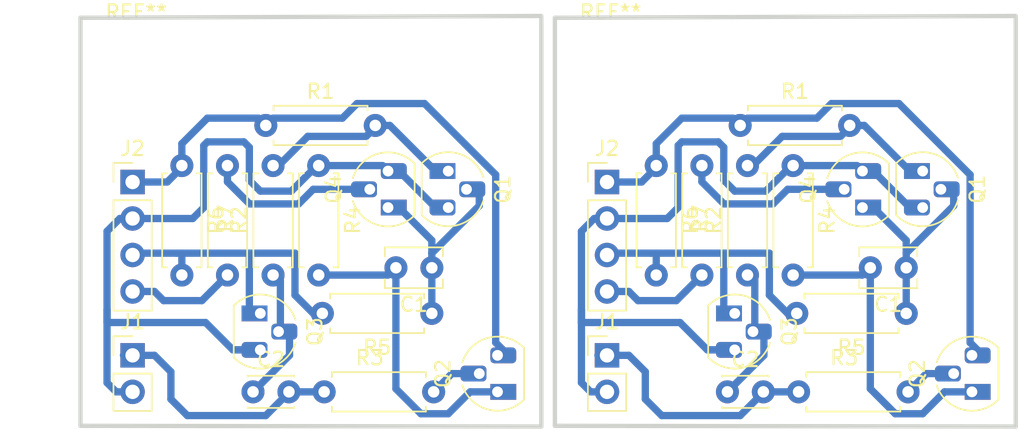
<source format=kicad_pcb>
(kicad_pcb (version 20171130) (host pcbnew 5.1.6)

  (general
    (thickness 1.6)
    (drawings 8)
    (tracks 202)
    (zones 0)
    (modules 32)
    (nets 12)
  )

  (page A4)
  (layers
    (0 F.Cu signal)
    (31 B.Cu signal)
    (32 B.Adhes user hide)
    (33 F.Adhes user hide)
    (34 B.Paste user)
    (35 F.Paste user hide)
    (36 B.SilkS user)
    (37 F.SilkS user)
    (38 B.Mask user)
    (39 F.Mask user)
    (40 Dwgs.User user)
    (41 Cmts.User user)
    (42 Eco1.User user)
    (43 Eco2.User user)
    (44 Edge.Cuts user)
    (45 Margin user)
    (46 B.CrtYd user)
    (47 F.CrtYd user)
    (48 B.Fab user)
    (49 F.Fab user)
  )

  (setup
    (last_trace_width 0.508)
    (trace_clearance 0.25)
    (zone_clearance 0.508)
    (zone_45_only no)
    (trace_min 0.2)
    (via_size 1.524)
    (via_drill 0.762)
    (via_min_size 0.4)
    (via_min_drill 0.3)
    (uvia_size 0.3)
    (uvia_drill 0.1)
    (uvias_allowed no)
    (uvia_min_size 0.2)
    (uvia_min_drill 0.1)
    (edge_width 0.1)
    (segment_width 0.2)
    (pcb_text_width 0.3)
    (pcb_text_size 1.5 1.5)
    (mod_edge_width 0.15)
    (mod_text_size 1 1)
    (mod_text_width 0.15)
    (pad_size 3.200001 3.200001)
    (pad_drill 3.200001)
    (pad_to_mask_clearance 0)
    (aux_axis_origin 0 0)
    (visible_elements FFFFEF7F)
    (pcbplotparams
      (layerselection 0x010fc_ffffffff)
      (usegerberextensions false)
      (usegerberattributes true)
      (usegerberadvancedattributes true)
      (creategerberjobfile true)
      (excludeedgelayer true)
      (linewidth 0.100000)
      (plotframeref false)
      (viasonmask false)
      (mode 1)
      (useauxorigin false)
      (hpglpennumber 1)
      (hpglpenspeed 20)
      (hpglpendiameter 15.000000)
      (psnegative false)
      (psa4output false)
      (plotreference true)
      (plotvalue true)
      (plotinvisibletext false)
      (padsonsilk false)
      (subtractmaskfromsilk false)
      (outputformat 1)
      (mirror false)
      (drillshape 1)
      (scaleselection 1)
      (outputdirectory ""))
  )

  (net 0 "")
  (net 1 SW)
  (net 2 SHUTDN)
  (net 3 "Net-(C2-Pad1)")
  (net 4 GND)
  (net 5 EN)
  (net 6 VCC)
  (net 7 "Net-(Q1-Pad1)")
  (net 8 "Net-(Q2-Pad2)")
  (net 9 "Net-(C1-Pad2)")
  (net 10 "Net-(C1-Pad1)")
  (net 11 "Net-(Q4-Pad2)")

  (net_class Default "This is the default net class."
    (clearance 0.25)
    (trace_width 0.508)
    (via_dia 1.524)
    (via_drill 0.762)
    (uvia_dia 0.3)
    (uvia_drill 0.1)
    (add_net EN)
    (add_net GND)
    (add_net "Net-(C1-Pad1)")
    (add_net "Net-(C1-Pad2)")
    (add_net "Net-(C2-Pad1)")
    (add_net "Net-(Q1-Pad1)")
    (add_net "Net-(Q2-Pad2)")
    (add_net "Net-(Q4-Pad2)")
    (add_net SHUTDN)
    (add_net SW)
    (add_net VCC)
  )

  (module Connector_PinHeader_2.54mm:PinHeader_1x04_P2.54mm_Vertical (layer F.Cu) (tedit 59FED5CC) (tstamp 5EEBB3BF)
    (at 141.224 113.03)
    (descr "Through hole straight pin header, 1x04, 2.54mm pitch, single row")
    (tags "Through hole pin header THT 1x04 2.54mm single row")
    (path /5EE4C33A)
    (fp_text reference J2 (at 0 -2.33) (layer F.SilkS)
      (effects (font (size 1 1) (thickness 0.15)))
    )
    (fp_text value Conn_01x04_Male (at 0 9.95) (layer F.Fab)
      (effects (font (size 1 1) (thickness 0.15)))
    )
    (fp_line (start -0.635 -1.27) (end 1.27 -1.27) (layer F.Fab) (width 0.1))
    (fp_line (start 1.27 -1.27) (end 1.27 8.89) (layer F.Fab) (width 0.1))
    (fp_line (start 1.27 8.89) (end -1.27 8.89) (layer F.Fab) (width 0.1))
    (fp_line (start -1.27 8.89) (end -1.27 -0.635) (layer F.Fab) (width 0.1))
    (fp_line (start -1.27 -0.635) (end -0.635 -1.27) (layer F.Fab) (width 0.1))
    (fp_line (start -1.33 8.95) (end 1.33 8.95) (layer F.SilkS) (width 0.12))
    (fp_line (start -1.33 1.27) (end -1.33 8.95) (layer F.SilkS) (width 0.12))
    (fp_line (start 1.33 1.27) (end 1.33 8.95) (layer F.SilkS) (width 0.12))
    (fp_line (start -1.33 1.27) (end 1.33 1.27) (layer F.SilkS) (width 0.12))
    (fp_line (start -1.33 0) (end -1.33 -1.33) (layer F.SilkS) (width 0.12))
    (fp_line (start -1.33 -1.33) (end 0 -1.33) (layer F.SilkS) (width 0.12))
    (fp_line (start -1.8 -1.8) (end -1.8 9.4) (layer F.CrtYd) (width 0.05))
    (fp_line (start -1.8 9.4) (end 1.8 9.4) (layer F.CrtYd) (width 0.05))
    (fp_line (start 1.8 9.4) (end 1.8 -1.8) (layer F.CrtYd) (width 0.05))
    (fp_line (start 1.8 -1.8) (end -1.8 -1.8) (layer F.CrtYd) (width 0.05))
    (fp_text user %R (at 0 3.81 90) (layer F.Fab)
      (effects (font (size 1 1) (thickness 0.15)))
    )
    (pad 1 thru_hole rect (at 0 0) (size 1.7 1.7) (drill 1) (layers *.Cu *.Mask))
    (pad 2 thru_hole oval (at 0 2.54) (size 1.7 1.7) (drill 1) (layers *.Cu *.Mask))
    (pad 3 thru_hole oval (at 0 5.08) (size 1.7 1.7) (drill 1) (layers *.Cu *.Mask))
    (pad 4 thru_hole oval (at 0 7.62) (size 1.7 1.7) (drill 1) (layers *.Cu *.Mask))
    (model ${KISYS3DMOD}/Connector_PinHeader_2.54mm.3dshapes/PinHeader_1x04_P2.54mm_Vertical.wrl
      (at (xyz 0 0 0))
      (scale (xyz 1 1 1))
      (rotate (xyz 0 0 0))
    )
  )

  (module Resistor_THT:R_Axial_DIN0207_L6.3mm_D2.5mm_P7.62mm_Horizontal (layer F.Cu) (tedit 5AE5139B) (tstamp 5EEBB39C)
    (at 144.653 111.887 270)
    (descr "Resistor, Axial_DIN0207 series, Axial, Horizontal, pin pitch=7.62mm, 0.25W = 1/4W, length*diameter=6.3*2.5mm^2, http://cdn-reichelt.de/documents/datenblatt/B400/1_4W%23YAG.pdf")
    (tags "Resistor Axial_DIN0207 series Axial Horizontal pin pitch 7.62mm 0.25W = 1/4W length 6.3mm diameter 2.5mm")
    (path /5EE1D8B3)
    (fp_text reference R6 (at 3.81 -2.37 90) (layer F.SilkS)
      (effects (font (size 1 1) (thickness 0.15)))
    )
    (fp_text value 10k (at 3.81 2.37 90) (layer F.Fab)
      (effects (font (size 1 1) (thickness 0.15)))
    )
    (fp_line (start 0.66 -1.25) (end 0.66 1.25) (layer F.Fab) (width 0.1))
    (fp_line (start 0.66 1.25) (end 6.96 1.25) (layer F.Fab) (width 0.1))
    (fp_line (start 6.96 1.25) (end 6.96 -1.25) (layer F.Fab) (width 0.1))
    (fp_line (start 6.96 -1.25) (end 0.66 -1.25) (layer F.Fab) (width 0.1))
    (fp_line (start 0 0) (end 0.66 0) (layer F.Fab) (width 0.1))
    (fp_line (start 7.62 0) (end 6.96 0) (layer F.Fab) (width 0.1))
    (fp_line (start 0.54 -1.04) (end 0.54 -1.37) (layer F.SilkS) (width 0.12))
    (fp_line (start 0.54 -1.37) (end 7.08 -1.37) (layer F.SilkS) (width 0.12))
    (fp_line (start 7.08 -1.37) (end 7.08 -1.04) (layer F.SilkS) (width 0.12))
    (fp_line (start 0.54 1.04) (end 0.54 1.37) (layer F.SilkS) (width 0.12))
    (fp_line (start 0.54 1.37) (end 7.08 1.37) (layer F.SilkS) (width 0.12))
    (fp_line (start 7.08 1.37) (end 7.08 1.04) (layer F.SilkS) (width 0.12))
    (fp_line (start -1.05 -1.5) (end -1.05 1.5) (layer F.CrtYd) (width 0.05))
    (fp_line (start -1.05 1.5) (end 8.67 1.5) (layer F.CrtYd) (width 0.05))
    (fp_line (start 8.67 1.5) (end 8.67 -1.5) (layer F.CrtYd) (width 0.05))
    (fp_line (start 8.67 -1.5) (end -1.05 -1.5) (layer F.CrtYd) (width 0.05))
    (fp_text user %R (at 3.81 0 90) (layer F.Fab)
      (effects (font (size 1 1) (thickness 0.15)))
    )
    (pad 1 thru_hole circle (at 0 0 270) (size 1.6 1.6) (drill 0.8) (layers *.Cu *.Mask))
    (pad 2 thru_hole oval (at 7.62 0 270) (size 1.6 1.6) (drill 0.8) (layers *.Cu *.Mask))
    (model ${KISYS3DMOD}/Resistor_THT.3dshapes/R_Axial_DIN0207_L6.3mm_D2.5mm_P7.62mm_Horizontal.wrl
      (at (xyz 0 0 0))
      (scale (xyz 1 1 1))
      (rotate (xyz 0 0 0))
    )
  )

  (module MountingHole:MountingHole_3.2mm_M3 (layer F.Cu) (tedit 5EEB5C67) (tstamp 5EEBB395)
    (at 141.478 105.41)
    (descr "Mounting Hole 3.2mm, no annular, M3")
    (tags "mounting hole 3.2mm no annular m3")
    (attr virtual)
    (fp_text reference REF** (at 0 -4.2) (layer F.SilkS)
      (effects (font (size 1 1) (thickness 0.15)))
    )
    (fp_text value MountingHole_3.2mm_M3 (at 0 4.2) (layer F.Fab)
      (effects (font (size 1 1) (thickness 0.15)))
    )
    (fp_circle (center 0 0) (end 3.2 0) (layer Cmts.User) (width 0.15))
    (fp_circle (center 0 0) (end 3.45 0) (layer F.CrtYd) (width 0.05))
    (fp_text user %R (at 0.254 0) (layer F.Fab)
      (effects (font (size 1 1) (thickness 0.15)))
    )
    (pad "" np_thru_hole circle (at 0 0) (size 3.200001 3.200001) (drill 3.200001) (layers *.Cu *.Mask))
  )

  (module Package_TO_SOT_THT:TO-92L_HandSolder (layer F.Cu) (tedit 5A282C70) (tstamp 5EEBB376)
    (at 150.114 122.174 270)
    (descr "TO-92L leads in-line (large body variant of TO-92), also known as TO-226, wide, drill 0.75mm, hand-soldering variant with enlarged pads (see https://www.diodes.com/assets/Package-Files/TO92L.pdf and http://www.ti.com/lit/an/snoa059/snoa059.pdf)")
    (tags "to-92 sc-43 sc-43a sot54 PA33 transistor")
    (path /5EE1D8BE)
    (fp_text reference Q3 (at 1.27 -3.8 90) (layer F.SilkS)
      (effects (font (size 1 1) (thickness 0.15)))
    )
    (fp_text value BC546 (at 1.27 2.79 270) (layer F.Fab)
      (effects (font (size 1 1) (thickness 0.15)))
    )
    (fp_line (start 4 2.01) (end -1.46 2.01) (layer F.CrtYd) (width 0.05))
    (fp_line (start 4 2.01) (end 4 -3.05) (layer F.CrtYd) (width 0.05))
    (fp_line (start -1.45 -3.05) (end -1.46 2.01) (layer F.CrtYd) (width 0.05))
    (fp_line (start -1.46 -3.05) (end 4 -3.05) (layer F.CrtYd) (width 0.05))
    (fp_line (start -0.5 1.75) (end 3 1.75) (layer F.Fab) (width 0.1))
    (fp_line (start -0.53 1.85) (end 3.07 1.85) (layer F.SilkS) (width 0.12))
    (fp_text user %R (at 1.27 0) (layer F.Fab)
      (effects (font (size 1 1) (thickness 0.15)))
    )
    (fp_arc (start 1.27 0) (end 1.27 -2.48) (angle 135) (layer F.Fab) (width 0.1))
    (fp_arc (start 1.27 0) (end 0.45 -2.45) (angle -116.9763941) (layer F.SilkS) (width 0.12))
    (fp_arc (start 1.27 0) (end 1.27 -2.48) (angle -135) (layer F.Fab) (width 0.1))
    (fp_arc (start 1.27 0) (end 2.05 -2.45) (angle 117.6433766) (layer F.SilkS) (width 0.12))
    (pad 2 thru_hole roundrect (at 1.27 -1.27 270) (size 1.1 1.8) (drill 0.75 (offset 0 -0.4)) (layers *.Cu *.Mask) (roundrect_rratio 0.25))
    (pad 3 thru_hole roundrect (at 2.54 0 270) (size 1.1 1.8) (drill 0.75 (offset 0 0.4)) (layers *.Cu *.Mask) (roundrect_rratio 0.25))
    (pad 1 thru_hole rect (at 0 0 270) (size 1.1 1.8) (drill 0.75 (offset 0 0.4)) (layers *.Cu *.Mask))
    (model ${KISYS3DMOD}/Package_TO_SOT_THT.3dshapes/TO-92L.wrl
      (at (xyz 0 0 0))
      (scale (xyz 1 1 1))
      (rotate (xyz 0 0 0))
    )
  )

  (module Resistor_THT:R_Axial_DIN0207_L6.3mm_D2.5mm_P7.62mm_Horizontal (layer F.Cu) (tedit 5AE5139B) (tstamp 5EEBB35C)
    (at 154.178 111.887 270)
    (descr "Resistor, Axial_DIN0207 series, Axial, Horizontal, pin pitch=7.62mm, 0.25W = 1/4W, length*diameter=6.3*2.5mm^2, http://cdn-reichelt.de/documents/datenblatt/B400/1_4W%23YAG.pdf")
    (tags "Resistor Axial_DIN0207 series Axial Horizontal pin pitch 7.62mm 0.25W = 1/4W length 6.3mm diameter 2.5mm")
    (path /5EE2415D)
    (fp_text reference R4 (at 3.81 -2.37 90) (layer F.SilkS)
      (effects (font (size 1 1) (thickness 0.15)))
    )
    (fp_text value 10k (at 3.81 2.37 90) (layer F.Fab)
      (effects (font (size 1 1) (thickness 0.15)))
    )
    (fp_line (start 0.66 -1.25) (end 0.66 1.25) (layer F.Fab) (width 0.1))
    (fp_line (start 0.66 1.25) (end 6.96 1.25) (layer F.Fab) (width 0.1))
    (fp_line (start 6.96 1.25) (end 6.96 -1.25) (layer F.Fab) (width 0.1))
    (fp_line (start 6.96 -1.25) (end 0.66 -1.25) (layer F.Fab) (width 0.1))
    (fp_line (start 0 0) (end 0.66 0) (layer F.Fab) (width 0.1))
    (fp_line (start 7.62 0) (end 6.96 0) (layer F.Fab) (width 0.1))
    (fp_line (start 0.54 -1.04) (end 0.54 -1.37) (layer F.SilkS) (width 0.12))
    (fp_line (start 0.54 -1.37) (end 7.08 -1.37) (layer F.SilkS) (width 0.12))
    (fp_line (start 7.08 -1.37) (end 7.08 -1.04) (layer F.SilkS) (width 0.12))
    (fp_line (start 0.54 1.04) (end 0.54 1.37) (layer F.SilkS) (width 0.12))
    (fp_line (start 0.54 1.37) (end 7.08 1.37) (layer F.SilkS) (width 0.12))
    (fp_line (start 7.08 1.37) (end 7.08 1.04) (layer F.SilkS) (width 0.12))
    (fp_line (start -1.05 -1.5) (end -1.05 1.5) (layer F.CrtYd) (width 0.05))
    (fp_line (start -1.05 1.5) (end 8.67 1.5) (layer F.CrtYd) (width 0.05))
    (fp_line (start 8.67 1.5) (end 8.67 -1.5) (layer F.CrtYd) (width 0.05))
    (fp_line (start 8.67 -1.5) (end -1.05 -1.5) (layer F.CrtYd) (width 0.05))
    (fp_text user %R (at 3.048 -1.397 90) (layer F.Fab)
      (effects (font (size 1 1) (thickness 0.15)))
    )
    (pad 1 thru_hole circle (at 0 0 270) (size 1.6 1.6) (drill 0.8) (layers *.Cu *.Mask))
    (pad 2 thru_hole oval (at 7.62 0 270) (size 1.6 1.6) (drill 0.8) (layers *.Cu *.Mask))
    (model ${KISYS3DMOD}/Resistor_THT.3dshapes/R_Axial_DIN0207_L6.3mm_D2.5mm_P7.62mm_Horizontal.wrl
      (at (xyz 0 0 0))
      (scale (xyz 1 1 1))
      (rotate (xyz 0 0 0))
    )
  )

  (module Package_TO_SOT_THT:TO-92L_HandSolder (layer F.Cu) (tedit 5A282C70) (tstamp 5EEBB33F)
    (at 163.195 112.268 270)
    (descr "TO-92L leads in-line (large body variant of TO-92), also known as TO-226, wide, drill 0.75mm, hand-soldering variant with enlarged pads (see https://www.diodes.com/assets/Package-Files/TO92L.pdf and http://www.ti.com/lit/an/snoa059/snoa059.pdf)")
    (tags "to-92 sc-43 sc-43a sot54 PA33 transistor")
    (path /5EE14051)
    (fp_text reference Q1 (at 1.27 -3.8 90) (layer F.SilkS)
      (effects (font (size 1 1) (thickness 0.15)))
    )
    (fp_text value BC546 (at 1.27 2.79 90) (layer F.Fab)
      (effects (font (size 1 1) (thickness 0.15)))
    )
    (fp_line (start 4 2.01) (end -1.46 2.01) (layer F.CrtYd) (width 0.05))
    (fp_line (start 4 2.01) (end 4 -3.05) (layer F.CrtYd) (width 0.05))
    (fp_line (start -1.45 -3.05) (end -1.46 2.01) (layer F.CrtYd) (width 0.05))
    (fp_line (start -1.46 -3.05) (end 4 -3.05) (layer F.CrtYd) (width 0.05))
    (fp_line (start -0.5 1.75) (end 3 1.75) (layer F.Fab) (width 0.1))
    (fp_line (start -0.53 1.85) (end 3.07 1.85) (layer F.SilkS) (width 0.12))
    (fp_text user %R (at 1.27 0 90) (layer F.Fab)
      (effects (font (size 1 1) (thickness 0.15)))
    )
    (fp_arc (start 1.27 0) (end 1.27 -2.48) (angle 135) (layer F.Fab) (width 0.1))
    (fp_arc (start 1.27 0) (end 0.45 -2.45) (angle -116.9763941) (layer F.SilkS) (width 0.12))
    (fp_arc (start 1.27 0) (end 1.27 -2.48) (angle -135) (layer F.Fab) (width 0.1))
    (fp_arc (start 1.27 0) (end 2.05 -2.45) (angle 117.6433766) (layer F.SilkS) (width 0.12))
    (pad 2 thru_hole roundrect (at 1.27 -1.27 270) (size 1.1 1.8) (drill 0.75 (offset 0 -0.4)) (layers *.Cu *.Mask) (roundrect_rratio 0.25))
    (pad 3 thru_hole roundrect (at 2.54 0 270) (size 1.1 1.8) (drill 0.75 (offset 0 0.4)) (layers *.Cu *.Mask) (roundrect_rratio 0.25))
    (pad 1 thru_hole rect (at 0 0 270) (size 1.1 1.8) (drill 0.75 (offset 0 0.4)) (layers *.Cu *.Mask))
    (model ${KISYS3DMOD}/Package_TO_SOT_THT.3dshapes/TO-92L.wrl
      (at (xyz 0 0 0))
      (scale (xyz 1 1 1))
      (rotate (xyz 0 0 0))
    )
  )

  (module Resistor_THT:R_Axial_DIN0207_L6.3mm_D2.5mm_P7.62mm_Horizontal (layer F.Cu) (tedit 5AE5139B) (tstamp 5EEBB326)
    (at 151.003 119.507 90)
    (descr "Resistor, Axial_DIN0207 series, Axial, Horizontal, pin pitch=7.62mm, 0.25W = 1/4W, length*diameter=6.3*2.5mm^2, http://cdn-reichelt.de/documents/datenblatt/B400/1_4W%23YAG.pdf")
    (tags "Resistor Axial_DIN0207 series Axial Horizontal pin pitch 7.62mm 0.25W = 1/4W length 6.3mm diameter 2.5mm")
    (path /5EE15626)
    (fp_text reference R2 (at 3.81 -2.37 90) (layer F.SilkS)
      (effects (font (size 1 1) (thickness 0.15)))
    )
    (fp_text value 100k (at 3.81 2.37 90) (layer F.Fab)
      (effects (font (size 1 1) (thickness 0.15)))
    )
    (fp_line (start 0.66 -1.25) (end 0.66 1.25) (layer F.Fab) (width 0.1))
    (fp_line (start 0.66 1.25) (end 6.96 1.25) (layer F.Fab) (width 0.1))
    (fp_line (start 6.96 1.25) (end 6.96 -1.25) (layer F.Fab) (width 0.1))
    (fp_line (start 6.96 -1.25) (end 0.66 -1.25) (layer F.Fab) (width 0.1))
    (fp_line (start 0 0) (end 0.66 0) (layer F.Fab) (width 0.1))
    (fp_line (start 7.62 0) (end 6.96 0) (layer F.Fab) (width 0.1))
    (fp_line (start 0.54 -1.04) (end 0.54 -1.37) (layer F.SilkS) (width 0.12))
    (fp_line (start 0.54 -1.37) (end 7.08 -1.37) (layer F.SilkS) (width 0.12))
    (fp_line (start 7.08 -1.37) (end 7.08 -1.04) (layer F.SilkS) (width 0.12))
    (fp_line (start 0.54 1.04) (end 0.54 1.37) (layer F.SilkS) (width 0.12))
    (fp_line (start 0.54 1.37) (end 7.08 1.37) (layer F.SilkS) (width 0.12))
    (fp_line (start 7.08 1.37) (end 7.08 1.04) (layer F.SilkS) (width 0.12))
    (fp_line (start -1.05 -1.5) (end -1.05 1.5) (layer F.CrtYd) (width 0.05))
    (fp_line (start -1.05 1.5) (end 8.67 1.5) (layer F.CrtYd) (width 0.05))
    (fp_line (start 8.67 1.5) (end 8.67 -1.5) (layer F.CrtYd) (width 0.05))
    (fp_line (start 8.67 -1.5) (end -1.05 -1.5) (layer F.CrtYd) (width 0.05))
    (fp_text user %R (at 3.556 0 90) (layer F.Fab)
      (effects (font (size 1 1) (thickness 0.15)))
    )
    (pad 1 thru_hole circle (at 0 0 90) (size 1.6 1.6) (drill 0.8) (layers *.Cu *.Mask))
    (pad 2 thru_hole oval (at 7.62 0 90) (size 1.6 1.6) (drill 0.8) (layers *.Cu *.Mask))
    (model ${KISYS3DMOD}/Resistor_THT.3dshapes/R_Axial_DIN0207_L6.3mm_D2.5mm_P7.62mm_Horizontal.wrl
      (at (xyz 0 0 0))
      (scale (xyz 1 1 1))
      (rotate (xyz 0 0 0))
    )
  )

  (module Resistor_THT:R_Axial_DIN0207_L6.3mm_D2.5mm_P7.62mm_Horizontal (layer F.Cu) (tedit 5AE5139B) (tstamp 5EEBB310)
    (at 147.828 111.887 270)
    (descr "Resistor, Axial_DIN0207 series, Axial, Horizontal, pin pitch=7.62mm, 0.25W = 1/4W, length*diameter=6.3*2.5mm^2, http://cdn-reichelt.de/documents/datenblatt/B400/1_4W%23YAG.pdf")
    (tags "Resistor Axial_DIN0207 series Axial Horizontal pin pitch 7.62mm 0.25W = 1/4W length 6.3mm diameter 2.5mm")
    (path /5EEC64F3)
    (fp_text reference R7 (at 3.683 0.127 90) (layer F.SilkS)
      (effects (font (size 1 1) (thickness 0.15)))
    )
    (fp_text value 10k (at 3.81 2.37 90) (layer F.Fab)
      (effects (font (size 1 1) (thickness 0.15)))
    )
    (fp_line (start 8.67 -1.5) (end -1.05 -1.5) (layer F.CrtYd) (width 0.05))
    (fp_line (start 8.67 1.5) (end 8.67 -1.5) (layer F.CrtYd) (width 0.05))
    (fp_line (start -1.05 1.5) (end 8.67 1.5) (layer F.CrtYd) (width 0.05))
    (fp_line (start -1.05 -1.5) (end -1.05 1.5) (layer F.CrtYd) (width 0.05))
    (fp_line (start 7.08 1.37) (end 7.08 1.04) (layer F.SilkS) (width 0.12))
    (fp_line (start 0.54 1.37) (end 7.08 1.37) (layer F.SilkS) (width 0.12))
    (fp_line (start 0.54 1.04) (end 0.54 1.37) (layer F.SilkS) (width 0.12))
    (fp_line (start 7.08 -1.37) (end 7.08 -1.04) (layer F.SilkS) (width 0.12))
    (fp_line (start 0.54 -1.37) (end 7.08 -1.37) (layer F.SilkS) (width 0.12))
    (fp_line (start 0.54 -1.04) (end 0.54 -1.37) (layer F.SilkS) (width 0.12))
    (fp_line (start 7.62 0) (end 6.96 0) (layer F.Fab) (width 0.1))
    (fp_line (start 0 0) (end 0.66 0) (layer F.Fab) (width 0.1))
    (fp_line (start 6.96 -1.25) (end 0.66 -1.25) (layer F.Fab) (width 0.1))
    (fp_line (start 6.96 1.25) (end 6.96 -1.25) (layer F.Fab) (width 0.1))
    (fp_line (start 0.66 1.25) (end 6.96 1.25) (layer F.Fab) (width 0.1))
    (fp_line (start 0.66 -1.25) (end 0.66 1.25) (layer F.Fab) (width 0.1))
    (fp_text user %R (at 3.81 0 90) (layer F.Fab)
      (effects (font (size 1 1) (thickness 0.15)))
    )
    (pad 1 thru_hole circle (at 0 0 270) (size 1.6 1.6) (drill 0.8) (layers *.Cu *.Mask))
    (pad 2 thru_hole oval (at 7.62 0 270) (size 1.6 1.6) (drill 0.8) (layers *.Cu *.Mask))
    (model ${KISYS3DMOD}/Resistor_THT.3dshapes/R_Axial_DIN0207_L6.3mm_D2.5mm_P7.62mm_Horizontal.wrl
      (at (xyz 0 0 0))
      (scale (xyz 1 1 1))
      (rotate (xyz 0 0 0))
    )
  )

  (module Package_TO_SOT_THT:TO-92L_HandSolder (layer F.Cu) (tedit 5A282C70) (tstamp 5EEBB2FF)
    (at 166.624 127.635 90)
    (descr "TO-92L leads in-line (large body variant of TO-92), also known as TO-226, wide, drill 0.75mm, hand-soldering variant with enlarged pads (see https://www.diodes.com/assets/Package-Files/TO92L.pdf and http://www.ti.com/lit/an/snoa059/snoa059.pdf)")
    (tags "to-92 sc-43 sc-43a sot54 PA33 transistor")
    (path /5EE2500F)
    (fp_text reference Q2 (at 1.27 -3.8 90) (layer F.SilkS)
      (effects (font (size 1 1) (thickness 0.15)))
    )
    (fp_text value BC327 (at 1.27 2.79 90) (layer F.Fab)
      (effects (font (size 1 1) (thickness 0.15)))
    )
    (fp_line (start 4 2.01) (end -1.46 2.01) (layer F.CrtYd) (width 0.05))
    (fp_line (start 4 2.01) (end 4 -3.05) (layer F.CrtYd) (width 0.05))
    (fp_line (start -1.45 -3.05) (end -1.46 2.01) (layer F.CrtYd) (width 0.05))
    (fp_line (start -1.46 -3.05) (end 4 -3.05) (layer F.CrtYd) (width 0.05))
    (fp_line (start -0.5 1.75) (end 3 1.75) (layer F.Fab) (width 0.1))
    (fp_line (start -0.53 1.85) (end 3.07 1.85) (layer F.SilkS) (width 0.12))
    (fp_text user %R (at 1.27 0) (layer F.Fab)
      (effects (font (size 1 1) (thickness 0.15)))
    )
    (fp_arc (start 1.27 0) (end 1.27 -2.48) (angle 135) (layer F.Fab) (width 0.1))
    (fp_arc (start 1.27 0) (end 0.45 -2.45) (angle -116.9763941) (layer F.SilkS) (width 0.12))
    (fp_arc (start 1.27 0) (end 1.27 -2.48) (angle -135) (layer F.Fab) (width 0.1))
    (fp_arc (start 1.27 0) (end 2.05 -2.45) (angle 117.6433766) (layer F.SilkS) (width 0.12))
    (pad 2 thru_hole roundrect (at 1.27 -1.27 90) (size 1.1 1.8) (drill 0.75 (offset 0 -0.4)) (layers *.Cu *.Mask) (roundrect_rratio 0.25))
    (pad 3 thru_hole roundrect (at 2.54 0 90) (size 1.1 1.8) (drill 0.75 (offset 0 0.4)) (layers *.Cu *.Mask) (roundrect_rratio 0.25))
    (pad 1 thru_hole rect (at 0 0 90) (size 1.1 1.8) (drill 0.75 (offset 0 0.4)) (layers *.Cu *.Mask))
    (model ${KISYS3DMOD}/Package_TO_SOT_THT.3dshapes/TO-92L.wrl
      (at (xyz 0 0 0))
      (scale (xyz 1 1 1))
      (rotate (xyz 0 0 0))
    )
  )

  (module Resistor_THT:R_Axial_DIN0207_L6.3mm_D2.5mm_P7.62mm_Horizontal (layer F.Cu) (tedit 5AE5139B) (tstamp 5EEBB2E3)
    (at 162.052 122.174 180)
    (descr "Resistor, Axial_DIN0207 series, Axial, Horizontal, pin pitch=7.62mm, 0.25W = 1/4W, length*diameter=6.3*2.5mm^2, http://cdn-reichelt.de/documents/datenblatt/B400/1_4W%23YAG.pdf")
    (tags "Resistor Axial_DIN0207 series Axial Horizontal pin pitch 7.62mm 0.25W = 1/4W length 6.3mm diameter 2.5mm")
    (path /5EE1D8D4)
    (fp_text reference R5 (at 3.81 -2.37) (layer F.SilkS)
      (effects (font (size 1 1) (thickness 0.15)))
    )
    (fp_text value 100k (at 3.81 2.37) (layer F.Fab)
      (effects (font (size 1 1) (thickness 0.15)))
    )
    (fp_line (start 0.66 -1.25) (end 0.66 1.25) (layer F.Fab) (width 0.1))
    (fp_line (start 0.66 1.25) (end 6.96 1.25) (layer F.Fab) (width 0.1))
    (fp_line (start 6.96 1.25) (end 6.96 -1.25) (layer F.Fab) (width 0.1))
    (fp_line (start 6.96 -1.25) (end 0.66 -1.25) (layer F.Fab) (width 0.1))
    (fp_line (start 0 0) (end 0.66 0) (layer F.Fab) (width 0.1))
    (fp_line (start 7.62 0) (end 6.96 0) (layer F.Fab) (width 0.1))
    (fp_line (start 0.54 -1.04) (end 0.54 -1.37) (layer F.SilkS) (width 0.12))
    (fp_line (start 0.54 -1.37) (end 7.08 -1.37) (layer F.SilkS) (width 0.12))
    (fp_line (start 7.08 -1.37) (end 7.08 -1.04) (layer F.SilkS) (width 0.12))
    (fp_line (start 0.54 1.04) (end 0.54 1.37) (layer F.SilkS) (width 0.12))
    (fp_line (start 0.54 1.37) (end 7.08 1.37) (layer F.SilkS) (width 0.12))
    (fp_line (start 7.08 1.37) (end 7.08 1.04) (layer F.SilkS) (width 0.12))
    (fp_line (start -1.05 -1.5) (end -1.05 1.5) (layer F.CrtYd) (width 0.05))
    (fp_line (start -1.05 1.5) (end 8.67 1.5) (layer F.CrtYd) (width 0.05))
    (fp_line (start 8.67 1.5) (end 8.67 -1.5) (layer F.CrtYd) (width 0.05))
    (fp_line (start 8.67 -1.5) (end -1.05 -1.5) (layer F.CrtYd) (width 0.05))
    (fp_text user %R (at 2.921 0.127 90) (layer F.Fab)
      (effects (font (size 1 1) (thickness 0.15)))
    )
    (pad 1 thru_hole circle (at 0 0 180) (size 1.6 1.6) (drill 0.8) (layers *.Cu *.Mask))
    (pad 2 thru_hole oval (at 7.62 0 180) (size 1.6 1.6) (drill 0.8) (layers *.Cu *.Mask))
    (model ${KISYS3DMOD}/Resistor_THT.3dshapes/R_Axial_DIN0207_L6.3mm_D2.5mm_P7.62mm_Horizontal.wrl
      (at (xyz 0 0 0))
      (scale (xyz 1 1 1))
      (rotate (xyz 0 0 0))
    )
  )

  (module Package_TO_SOT_THT:TO-92L_HandSolder (layer F.Cu) (tedit 5A282C70) (tstamp 5EEBB2C6)
    (at 159.004 114.808 90)
    (descr "TO-92L leads in-line (large body variant of TO-92), also known as TO-226, wide, drill 0.75mm, hand-soldering variant with enlarged pads (see https://www.diodes.com/assets/Package-Files/TO92L.pdf and http://www.ti.com/lit/an/snoa059/snoa059.pdf)")
    (tags "to-92 sc-43 sc-43a sot54 PA33 transistor")
    (path /5EEC4ADE)
    (fp_text reference Q4 (at 1.27 -3.8 90) (layer F.SilkS)
      (effects (font (size 1 1) (thickness 0.15)))
    )
    (fp_text value BC546 (at 1.27 2.79 90) (layer F.Fab)
      (effects (font (size 1 1) (thickness 0.15)))
    )
    (fp_line (start 4 2.01) (end -1.46 2.01) (layer F.CrtYd) (width 0.05))
    (fp_line (start 4 2.01) (end 4 -3.05) (layer F.CrtYd) (width 0.05))
    (fp_line (start -1.45 -3.05) (end -1.46 2.01) (layer F.CrtYd) (width 0.05))
    (fp_line (start -1.46 -3.05) (end 4 -3.05) (layer F.CrtYd) (width 0.05))
    (fp_line (start -0.5 1.75) (end 3 1.75) (layer F.Fab) (width 0.1))
    (fp_line (start -0.53 1.85) (end 3.07 1.85) (layer F.SilkS) (width 0.12))
    (fp_text user %R (at 1.27 0 90) (layer F.Fab)
      (effects (font (size 1 1) (thickness 0.15)))
    )
    (fp_arc (start 1.27 0) (end 1.27 -2.48) (angle 135) (layer F.Fab) (width 0.1))
    (fp_arc (start 1.27 0) (end 0.45 -2.45) (angle -116.9763941) (layer F.SilkS) (width 0.12))
    (fp_arc (start 1.27 0) (end 1.27 -2.48) (angle -135) (layer F.Fab) (width 0.1))
    (fp_arc (start 1.27 0) (end 2.05 -2.45) (angle 117.6433766) (layer F.SilkS) (width 0.12))
    (pad 2 thru_hole roundrect (at 1.27 -1.27 90) (size 1.1 1.8) (drill 0.75 (offset 0 -0.4)) (layers *.Cu *.Mask) (roundrect_rratio 0.25))
    (pad 3 thru_hole roundrect (at 2.54 0 90) (size 1.1 1.8) (drill 0.75 (offset 0 0.4)) (layers *.Cu *.Mask) (roundrect_rratio 0.25))
    (pad 1 thru_hole rect (at 0 0 90) (size 1.1 1.8) (drill 0.75 (offset 0 0.4)) (layers *.Cu *.Mask))
    (model ${KISYS3DMOD}/Package_TO_SOT_THT.3dshapes/TO-92L.wrl
      (at (xyz 0 0 0))
      (scale (xyz 1 1 1))
      (rotate (xyz 0 0 0))
    )
  )

  (module Capacitor_THT:C_Disc_D3.0mm_W2.0mm_P2.50mm (layer F.Cu) (tedit 5AE50EF0) (tstamp 5EEBB2B1)
    (at 149.606 127.635)
    (descr "C, Disc series, Radial, pin pitch=2.50mm, , diameter*width=3*2mm^2, Capacitor")
    (tags "C Disc series Radial pin pitch 2.50mm  diameter 3mm width 2mm Capacitor")
    (path /5EE239ED)
    (fp_text reference C2 (at 1.25 -2.25) (layer F.SilkS)
      (effects (font (size 1 1) (thickness 0.15)))
    )
    (fp_text value 100n (at 1.25 2.25) (layer F.Fab)
      (effects (font (size 1 1) (thickness 0.15)))
    )
    (fp_line (start -0.25 -1) (end -0.25 1) (layer F.Fab) (width 0.1))
    (fp_line (start -0.25 1) (end 2.75 1) (layer F.Fab) (width 0.1))
    (fp_line (start 2.75 1) (end 2.75 -1) (layer F.Fab) (width 0.1))
    (fp_line (start 2.75 -1) (end -0.25 -1) (layer F.Fab) (width 0.1))
    (fp_line (start -0.37 -1.12) (end 2.87 -1.12) (layer F.SilkS) (width 0.12))
    (fp_line (start -0.37 1.12) (end 2.87 1.12) (layer F.SilkS) (width 0.12))
    (fp_line (start -0.37 -1.12) (end -0.37 -1.055) (layer F.SilkS) (width 0.12))
    (fp_line (start -0.37 1.055) (end -0.37 1.12) (layer F.SilkS) (width 0.12))
    (fp_line (start 2.87 -1.12) (end 2.87 -1.055) (layer F.SilkS) (width 0.12))
    (fp_line (start 2.87 1.055) (end 2.87 1.12) (layer F.SilkS) (width 0.12))
    (fp_line (start -1.05 -1.25) (end -1.05 1.25) (layer F.CrtYd) (width 0.05))
    (fp_line (start -1.05 1.25) (end 3.55 1.25) (layer F.CrtYd) (width 0.05))
    (fp_line (start 3.55 1.25) (end 3.55 -1.25) (layer F.CrtYd) (width 0.05))
    (fp_line (start 3.55 -1.25) (end -1.05 -1.25) (layer F.CrtYd) (width 0.05))
    (fp_text user %R (at 1.25 0) (layer F.Fab)
      (effects (font (size 0.6 0.6) (thickness 0.09)))
    )
    (pad 1 thru_hole circle (at 0 0) (size 1.6 1.6) (drill 0.8) (layers *.Cu *.Mask))
    (pad 2 thru_hole circle (at 2.5 0) (size 1.6 1.6) (drill 0.8) (layers *.Cu *.Mask))
    (model ${KISYS3DMOD}/Capacitor_THT.3dshapes/C_Disc_D3.0mm_W2.0mm_P2.50mm.wrl
      (at (xyz 0 0 0))
      (scale (xyz 1 1 1))
      (rotate (xyz 0 0 0))
    )
  )

  (module Connector_PinHeader_2.54mm:PinHeader_1x02_P2.54mm_Vertical (layer F.Cu) (tedit 59FED5CC) (tstamp 5EEBB29C)
    (at 141.224 125.095)
    (descr "Through hole straight pin header, 1x02, 2.54mm pitch, single row")
    (tags "Through hole pin header THT 1x02 2.54mm single row")
    (path /5EE4D06E)
    (fp_text reference J1 (at 0 -2.33) (layer F.SilkS)
      (effects (font (size 1 1) (thickness 0.15)))
    )
    (fp_text value Conn_01x02_Male (at 0 4.87) (layer F.Fab)
      (effects (font (size 1 1) (thickness 0.15)))
    )
    (fp_line (start -0.635 -1.27) (end 1.27 -1.27) (layer F.Fab) (width 0.1))
    (fp_line (start 1.27 -1.27) (end 1.27 3.81) (layer F.Fab) (width 0.1))
    (fp_line (start 1.27 3.81) (end -1.27 3.81) (layer F.Fab) (width 0.1))
    (fp_line (start -1.27 3.81) (end -1.27 -0.635) (layer F.Fab) (width 0.1))
    (fp_line (start -1.27 -0.635) (end -0.635 -1.27) (layer F.Fab) (width 0.1))
    (fp_line (start -1.33 3.87) (end 1.33 3.87) (layer F.SilkS) (width 0.12))
    (fp_line (start -1.33 1.27) (end -1.33 3.87) (layer F.SilkS) (width 0.12))
    (fp_line (start 1.33 1.27) (end 1.33 3.87) (layer F.SilkS) (width 0.12))
    (fp_line (start -1.33 1.27) (end 1.33 1.27) (layer F.SilkS) (width 0.12))
    (fp_line (start -1.33 0) (end -1.33 -1.33) (layer F.SilkS) (width 0.12))
    (fp_line (start -1.33 -1.33) (end 0 -1.33) (layer F.SilkS) (width 0.12))
    (fp_line (start -1.8 -1.8) (end -1.8 4.35) (layer F.CrtYd) (width 0.05))
    (fp_line (start -1.8 4.35) (end 1.8 4.35) (layer F.CrtYd) (width 0.05))
    (fp_line (start 1.8 4.35) (end 1.8 -1.8) (layer F.CrtYd) (width 0.05))
    (fp_line (start 1.8 -1.8) (end -1.8 -1.8) (layer F.CrtYd) (width 0.05))
    (fp_text user %R (at -2.413 1.27 90) (layer F.Fab)
      (effects (font (size 1 1) (thickness 0.15)))
    )
    (pad 1 thru_hole rect (at 0 0) (size 1.7 1.7) (drill 1) (layers *.Cu *.Mask))
    (pad 2 thru_hole oval (at 0 2.54) (size 1.7 1.7) (drill 1) (layers *.Cu *.Mask))
    (model ${KISYS3DMOD}/Connector_PinHeader_2.54mm.3dshapes/PinHeader_1x02_P2.54mm_Vertical.wrl
      (at (xyz 0 0 0))
      (scale (xyz 1 1 1))
      (rotate (xyz 0 0 0))
    )
  )

  (module Resistor_THT:R_Axial_DIN0207_L6.3mm_D2.5mm_P7.62mm_Horizontal (layer F.Cu) (tedit 5AE5139B) (tstamp 5EEBB286)
    (at 154.559 127.635)
    (descr "Resistor, Axial_DIN0207 series, Axial, Horizontal, pin pitch=7.62mm, 0.25W = 1/4W, length*diameter=6.3*2.5mm^2, http://cdn-reichelt.de/documents/datenblatt/B400/1_4W%23YAG.pdf")
    (tags "Resistor Axial_DIN0207 series Axial Horizontal pin pitch 7.62mm 0.25W = 1/4W length 6.3mm diameter 2.5mm")
    (path /5EE32235)
    (fp_text reference R3 (at 3.175 -2.37) (layer F.SilkS)
      (effects (font (size 1 1) (thickness 0.15)))
    )
    (fp_text value 10k (at 3.81 2.37) (layer F.Fab)
      (effects (font (size 1 1) (thickness 0.15)))
    )
    (fp_line (start 0.66 -1.25) (end 0.66 1.25) (layer F.Fab) (width 0.1))
    (fp_line (start 0.66 1.25) (end 6.96 1.25) (layer F.Fab) (width 0.1))
    (fp_line (start 6.96 1.25) (end 6.96 -1.25) (layer F.Fab) (width 0.1))
    (fp_line (start 6.96 -1.25) (end 0.66 -1.25) (layer F.Fab) (width 0.1))
    (fp_line (start 0 0) (end 0.66 0) (layer F.Fab) (width 0.1))
    (fp_line (start 7.62 0) (end 6.96 0) (layer F.Fab) (width 0.1))
    (fp_line (start 0.54 -1.04) (end 0.54 -1.37) (layer F.SilkS) (width 0.12))
    (fp_line (start 0.54 -1.37) (end 7.08 -1.37) (layer F.SilkS) (width 0.12))
    (fp_line (start 7.08 -1.37) (end 7.08 -1.04) (layer F.SilkS) (width 0.12))
    (fp_line (start 0.54 1.04) (end 0.54 1.37) (layer F.SilkS) (width 0.12))
    (fp_line (start 0.54 1.37) (end 7.08 1.37) (layer F.SilkS) (width 0.12))
    (fp_line (start 7.08 1.37) (end 7.08 1.04) (layer F.SilkS) (width 0.12))
    (fp_line (start -1.05 -1.5) (end -1.05 1.5) (layer F.CrtYd) (width 0.05))
    (fp_line (start -1.05 1.5) (end 8.67 1.5) (layer F.CrtYd) (width 0.05))
    (fp_line (start 8.67 1.5) (end 8.67 -1.5) (layer F.CrtYd) (width 0.05))
    (fp_line (start 8.67 -1.5) (end -1.05 -1.5) (layer F.CrtYd) (width 0.05))
    (fp_text user %R (at 3.81 0) (layer F.Fab)
      (effects (font (size 1 1) (thickness 0.15)))
    )
    (pad 1 thru_hole circle (at 0 0) (size 1.6 1.6) (drill 0.8) (layers *.Cu *.Mask))
    (pad 2 thru_hole oval (at 7.62 0) (size 1.6 1.6) (drill 0.8) (layers *.Cu *.Mask))
    (model ${KISYS3DMOD}/Resistor_THT.3dshapes/R_Axial_DIN0207_L6.3mm_D2.5mm_P7.62mm_Horizontal.wrl
      (at (xyz 0 0 0))
      (scale (xyz 1 1 1))
      (rotate (xyz 0 0 0))
    )
  )

  (module Capacitor_THT:C_Disc_D3.8mm_W2.6mm_P2.50mm (layer F.Cu) (tedit 5AE50EF0) (tstamp 5EEBB26E)
    (at 162.052 118.999 180)
    (descr "C, Disc series, Radial, pin pitch=2.50mm, , diameter*width=3.8*2.6mm^2, Capacitor, http://www.vishay.com/docs/45233/krseries.pdf")
    (tags "C Disc series Radial pin pitch 2.50mm  diameter 3.8mm width 2.6mm Capacitor")
    (path /5EE22DF2)
    (fp_text reference C1 (at 1.25 -2.55) (layer F.SilkS)
      (effects (font (size 1 1) (thickness 0.15)))
    )
    (fp_text value 100n (at 1.27 2.55) (layer F.Fab)
      (effects (font (size 1 1) (thickness 0.15)))
    )
    (fp_line (start 3.55 -1.55) (end -1.05 -1.55) (layer F.CrtYd) (width 0.05))
    (fp_line (start 3.55 1.55) (end 3.55 -1.55) (layer F.CrtYd) (width 0.05))
    (fp_line (start -1.05 1.55) (end 3.55 1.55) (layer F.CrtYd) (width 0.05))
    (fp_line (start -1.05 -1.55) (end -1.05 1.55) (layer F.CrtYd) (width 0.05))
    (fp_line (start 3.27 0.795) (end 3.27 1.42) (layer F.SilkS) (width 0.12))
    (fp_line (start 3.27 -1.42) (end 3.27 -0.795) (layer F.SilkS) (width 0.12))
    (fp_line (start -0.77 0.795) (end -0.77 1.42) (layer F.SilkS) (width 0.12))
    (fp_line (start -0.77 -1.42) (end -0.77 -0.795) (layer F.SilkS) (width 0.12))
    (fp_line (start -0.77 1.42) (end 3.27 1.42) (layer F.SilkS) (width 0.12))
    (fp_line (start -0.77 -1.42) (end 3.27 -1.42) (layer F.SilkS) (width 0.12))
    (fp_line (start 3.15 -1.3) (end -0.65 -1.3) (layer F.Fab) (width 0.1))
    (fp_line (start 3.15 1.3) (end 3.15 -1.3) (layer F.Fab) (width 0.1))
    (fp_line (start -0.65 1.3) (end 3.15 1.3) (layer F.Fab) (width 0.1))
    (fp_line (start -0.65 -1.3) (end -0.65 1.3) (layer F.Fab) (width 0.1))
    (fp_text user %R (at 1.27 0) (layer F.Fab)
      (effects (font (size 0.76 0.76) (thickness 0.114)))
    )
    (pad 2 thru_hole circle (at 2.5 0 180) (size 1.6 1.6) (drill 0.8) (layers *.Cu *.Mask))
    (pad 1 thru_hole circle (at 0 0 180) (size 1.6 1.6) (drill 0.8) (layers *.Cu *.Mask))
    (model ${KISYS3DMOD}/Capacitor_THT.3dshapes/C_Disc_D3.8mm_W2.6mm_P2.50mm.wrl
      (at (xyz 0 0 0))
      (scale (xyz 1 1 1))
      (rotate (xyz 0 0 0))
    )
  )

  (module Resistor_THT:R_Axial_DIN0207_L6.3mm_D2.5mm_P7.62mm_Horizontal (layer F.Cu) (tedit 5AE5139B) (tstamp 5EEBB24F)
    (at 150.495 109.093)
    (descr "Resistor, Axial_DIN0207 series, Axial, Horizontal, pin pitch=7.62mm, 0.25W = 1/4W, length*diameter=6.3*2.5mm^2, http://cdn-reichelt.de/documents/datenblatt/B400/1_4W%23YAG.pdf")
    (tags "Resistor Axial_DIN0207 series Axial Horizontal pin pitch 7.62mm 0.25W = 1/4W length 6.3mm diameter 2.5mm")
    (path /5EDFA382)
    (fp_text reference R1 (at 3.81 -2.37) (layer F.SilkS)
      (effects (font (size 1 1) (thickness 0.15)))
    )
    (fp_text value 10k (at 3.81 2.37) (layer F.Fab)
      (effects (font (size 1 1) (thickness 0.15)))
    )
    (fp_line (start 0.66 -1.25) (end 0.66 1.25) (layer F.Fab) (width 0.1))
    (fp_line (start 0.66 1.25) (end 6.96 1.25) (layer F.Fab) (width 0.1))
    (fp_line (start 6.96 1.25) (end 6.96 -1.25) (layer F.Fab) (width 0.1))
    (fp_line (start 6.96 -1.25) (end 0.66 -1.25) (layer F.Fab) (width 0.1))
    (fp_line (start 0 0) (end 0.66 0) (layer F.Fab) (width 0.1))
    (fp_line (start 7.62 0) (end 6.96 0) (layer F.Fab) (width 0.1))
    (fp_line (start 0.54 -1.04) (end 0.54 -1.37) (layer F.SilkS) (width 0.12))
    (fp_line (start 0.54 -1.37) (end 7.08 -1.37) (layer F.SilkS) (width 0.12))
    (fp_line (start 7.08 -1.37) (end 7.08 -1.04) (layer F.SilkS) (width 0.12))
    (fp_line (start 0.54 1.04) (end 0.54 1.37) (layer F.SilkS) (width 0.12))
    (fp_line (start 0.54 1.37) (end 7.08 1.37) (layer F.SilkS) (width 0.12))
    (fp_line (start 7.08 1.37) (end 7.08 1.04) (layer F.SilkS) (width 0.12))
    (fp_line (start -1.05 -1.5) (end -1.05 1.5) (layer F.CrtYd) (width 0.05))
    (fp_line (start -1.05 1.5) (end 8.67 1.5) (layer F.CrtYd) (width 0.05))
    (fp_line (start 8.67 1.5) (end 8.67 -1.5) (layer F.CrtYd) (width 0.05))
    (fp_line (start 8.67 -1.5) (end -1.05 -1.5) (layer F.CrtYd) (width 0.05))
    (fp_text user %R (at 3.429 0.508) (layer F.Fab)
      (effects (font (size 1 1) (thickness 0.15)))
    )
    (pad 1 thru_hole circle (at 0 0) (size 1.6 1.6) (drill 0.8) (layers *.Cu *.Mask))
    (pad 2 thru_hole oval (at 7.62 0) (size 1.6 1.6) (drill 0.8) (layers *.Cu *.Mask))
    (model ${KISYS3DMOD}/Resistor_THT.3dshapes/R_Axial_DIN0207_L6.3mm_D2.5mm_P7.62mm_Horizontal.wrl
      (at (xyz 0 0 0))
      (scale (xyz 1 1 1))
      (rotate (xyz 0 0 0))
    )
  )

  (module Resistor_THT:R_Axial_DIN0207_L6.3mm_D2.5mm_P7.62mm_Horizontal (layer F.Cu) (tedit 5AE5139B) (tstamp 5EE4A8D9)
    (at 111.633 111.887 270)
    (descr "Resistor, Axial_DIN0207 series, Axial, Horizontal, pin pitch=7.62mm, 0.25W = 1/4W, length*diameter=6.3*2.5mm^2, http://cdn-reichelt.de/documents/datenblatt/B400/1_4W%23YAG.pdf")
    (tags "Resistor Axial_DIN0207 series Axial Horizontal pin pitch 7.62mm 0.25W = 1/4W length 6.3mm diameter 2.5mm")
    (path /5EE1D8B3)
    (fp_text reference R6 (at 3.81 -2.37 90) (layer F.SilkS)
      (effects (font (size 1 1) (thickness 0.15)))
    )
    (fp_text value 10k (at 3.81 2.37 90) (layer F.Fab)
      (effects (font (size 1 1) (thickness 0.15)))
    )
    (fp_line (start 0.66 -1.25) (end 0.66 1.25) (layer F.Fab) (width 0.1))
    (fp_line (start 0.66 1.25) (end 6.96 1.25) (layer F.Fab) (width 0.1))
    (fp_line (start 6.96 1.25) (end 6.96 -1.25) (layer F.Fab) (width 0.1))
    (fp_line (start 6.96 -1.25) (end 0.66 -1.25) (layer F.Fab) (width 0.1))
    (fp_line (start 0 0) (end 0.66 0) (layer F.Fab) (width 0.1))
    (fp_line (start 7.62 0) (end 6.96 0) (layer F.Fab) (width 0.1))
    (fp_line (start 0.54 -1.04) (end 0.54 -1.37) (layer F.SilkS) (width 0.12))
    (fp_line (start 0.54 -1.37) (end 7.08 -1.37) (layer F.SilkS) (width 0.12))
    (fp_line (start 7.08 -1.37) (end 7.08 -1.04) (layer F.SilkS) (width 0.12))
    (fp_line (start 0.54 1.04) (end 0.54 1.37) (layer F.SilkS) (width 0.12))
    (fp_line (start 0.54 1.37) (end 7.08 1.37) (layer F.SilkS) (width 0.12))
    (fp_line (start 7.08 1.37) (end 7.08 1.04) (layer F.SilkS) (width 0.12))
    (fp_line (start -1.05 -1.5) (end -1.05 1.5) (layer F.CrtYd) (width 0.05))
    (fp_line (start -1.05 1.5) (end 8.67 1.5) (layer F.CrtYd) (width 0.05))
    (fp_line (start 8.67 1.5) (end 8.67 -1.5) (layer F.CrtYd) (width 0.05))
    (fp_line (start 8.67 -1.5) (end -1.05 -1.5) (layer F.CrtYd) (width 0.05))
    (fp_text user %R (at 3.81 0 90) (layer F.Fab)
      (effects (font (size 1 1) (thickness 0.15)))
    )
    (pad 2 thru_hole oval (at 7.62 0 270) (size 1.6 1.6) (drill 0.8) (layers *.Cu *.Mask)
      (net 5 EN))
    (pad 1 thru_hole circle (at 0 0 270) (size 1.6 1.6) (drill 0.8) (layers *.Cu *.Mask)
      (net 6 VCC))
    (model ${KISYS3DMOD}/Resistor_THT.3dshapes/R_Axial_DIN0207_L6.3mm_D2.5mm_P7.62mm_Horizontal.wrl
      (at (xyz 0 0 0))
      (scale (xyz 1 1 1))
      (rotate (xyz 0 0 0))
    )
  )

  (module Resistor_THT:R_Axial_DIN0207_L6.3mm_D2.5mm_P7.62mm_Horizontal (layer F.Cu) (tedit 5AE5139B) (tstamp 5EE4A866)
    (at 117.475 109.093)
    (descr "Resistor, Axial_DIN0207 series, Axial, Horizontal, pin pitch=7.62mm, 0.25W = 1/4W, length*diameter=6.3*2.5mm^2, http://cdn-reichelt.de/documents/datenblatt/B400/1_4W%23YAG.pdf")
    (tags "Resistor Axial_DIN0207 series Axial Horizontal pin pitch 7.62mm 0.25W = 1/4W length 6.3mm diameter 2.5mm")
    (path /5EDFA382)
    (fp_text reference R1 (at 3.81 -2.37) (layer F.SilkS)
      (effects (font (size 1 1) (thickness 0.15)))
    )
    (fp_text value 10k (at 3.81 2.37) (layer F.Fab)
      (effects (font (size 1 1) (thickness 0.15)))
    )
    (fp_line (start 0.66 -1.25) (end 0.66 1.25) (layer F.Fab) (width 0.1))
    (fp_line (start 0.66 1.25) (end 6.96 1.25) (layer F.Fab) (width 0.1))
    (fp_line (start 6.96 1.25) (end 6.96 -1.25) (layer F.Fab) (width 0.1))
    (fp_line (start 6.96 -1.25) (end 0.66 -1.25) (layer F.Fab) (width 0.1))
    (fp_line (start 0 0) (end 0.66 0) (layer F.Fab) (width 0.1))
    (fp_line (start 7.62 0) (end 6.96 0) (layer F.Fab) (width 0.1))
    (fp_line (start 0.54 -1.04) (end 0.54 -1.37) (layer F.SilkS) (width 0.12))
    (fp_line (start 0.54 -1.37) (end 7.08 -1.37) (layer F.SilkS) (width 0.12))
    (fp_line (start 7.08 -1.37) (end 7.08 -1.04) (layer F.SilkS) (width 0.12))
    (fp_line (start 0.54 1.04) (end 0.54 1.37) (layer F.SilkS) (width 0.12))
    (fp_line (start 0.54 1.37) (end 7.08 1.37) (layer F.SilkS) (width 0.12))
    (fp_line (start 7.08 1.37) (end 7.08 1.04) (layer F.SilkS) (width 0.12))
    (fp_line (start -1.05 -1.5) (end -1.05 1.5) (layer F.CrtYd) (width 0.05))
    (fp_line (start -1.05 1.5) (end 8.67 1.5) (layer F.CrtYd) (width 0.05))
    (fp_line (start 8.67 1.5) (end 8.67 -1.5) (layer F.CrtYd) (width 0.05))
    (fp_line (start 8.67 -1.5) (end -1.05 -1.5) (layer F.CrtYd) (width 0.05))
    (fp_text user %R (at 3.429 0.508) (layer F.Fab)
      (effects (font (size 1 1) (thickness 0.15)))
    )
    (pad 2 thru_hole oval (at 7.62 0) (size 1.6 1.6) (drill 0.8) (layers *.Cu *.Mask)
      (net 7 "Net-(Q1-Pad1)"))
    (pad 1 thru_hole circle (at 0 0) (size 1.6 1.6) (drill 0.8) (layers *.Cu *.Mask)
      (net 6 VCC))
    (model ${KISYS3DMOD}/Resistor_THT.3dshapes/R_Axial_DIN0207_L6.3mm_D2.5mm_P7.62mm_Horizontal.wrl
      (at (xyz 0 0 0))
      (scale (xyz 1 1 1))
      (rotate (xyz 0 0 0))
    )
  )

  (module Capacitor_THT:C_Disc_D3.8mm_W2.6mm_P2.50mm (layer F.Cu) (tedit 5AE50EF0) (tstamp 5EE4A7D6)
    (at 129.032 118.999 180)
    (descr "C, Disc series, Radial, pin pitch=2.50mm, , diameter*width=3.8*2.6mm^2, Capacitor, http://www.vishay.com/docs/45233/krseries.pdf")
    (tags "C Disc series Radial pin pitch 2.50mm  diameter 3.8mm width 2.6mm Capacitor")
    (path /5EE22DF2)
    (fp_text reference C1 (at 1.25 -2.55) (layer F.SilkS)
      (effects (font (size 1 1) (thickness 0.15)))
    )
    (fp_text value 100n (at 1.27 2.55) (layer F.Fab)
      (effects (font (size 1 1) (thickness 0.15)))
    )
    (fp_line (start 3.55 -1.55) (end -1.05 -1.55) (layer F.CrtYd) (width 0.05))
    (fp_line (start 3.55 1.55) (end 3.55 -1.55) (layer F.CrtYd) (width 0.05))
    (fp_line (start -1.05 1.55) (end 3.55 1.55) (layer F.CrtYd) (width 0.05))
    (fp_line (start -1.05 -1.55) (end -1.05 1.55) (layer F.CrtYd) (width 0.05))
    (fp_line (start 3.27 0.795) (end 3.27 1.42) (layer F.SilkS) (width 0.12))
    (fp_line (start 3.27 -1.42) (end 3.27 -0.795) (layer F.SilkS) (width 0.12))
    (fp_line (start -0.77 0.795) (end -0.77 1.42) (layer F.SilkS) (width 0.12))
    (fp_line (start -0.77 -1.42) (end -0.77 -0.795) (layer F.SilkS) (width 0.12))
    (fp_line (start -0.77 1.42) (end 3.27 1.42) (layer F.SilkS) (width 0.12))
    (fp_line (start -0.77 -1.42) (end 3.27 -1.42) (layer F.SilkS) (width 0.12))
    (fp_line (start 3.15 -1.3) (end -0.65 -1.3) (layer F.Fab) (width 0.1))
    (fp_line (start 3.15 1.3) (end 3.15 -1.3) (layer F.Fab) (width 0.1))
    (fp_line (start -0.65 1.3) (end 3.15 1.3) (layer F.Fab) (width 0.1))
    (fp_line (start -0.65 -1.3) (end -0.65 1.3) (layer F.Fab) (width 0.1))
    (fp_text user %R (at 1.27 0) (layer F.Fab)
      (effects (font (size 0.76 0.76) (thickness 0.114)))
    )
    (pad 1 thru_hole circle (at 0 0 180) (size 1.6 1.6) (drill 0.8) (layers *.Cu *.Mask)
      (net 10 "Net-(C1-Pad1)"))
    (pad 2 thru_hole circle (at 2.5 0 180) (size 1.6 1.6) (drill 0.8) (layers *.Cu *.Mask)
      (net 9 "Net-(C1-Pad2)"))
    (model ${KISYS3DMOD}/Capacitor_THT.3dshapes/C_Disc_D3.8mm_W2.6mm_P2.50mm.wrl
      (at (xyz 0 0 0))
      (scale (xyz 1 1 1))
      (rotate (xyz 0 0 0))
    )
  )

  (module Resistor_THT:R_Axial_DIN0207_L6.3mm_D2.5mm_P7.62mm_Horizontal (layer F.Cu) (tedit 5AE5139B) (tstamp 5EE4A8AB)
    (at 121.158 111.887 270)
    (descr "Resistor, Axial_DIN0207 series, Axial, Horizontal, pin pitch=7.62mm, 0.25W = 1/4W, length*diameter=6.3*2.5mm^2, http://cdn-reichelt.de/documents/datenblatt/B400/1_4W%23YAG.pdf")
    (tags "Resistor Axial_DIN0207 series Axial Horizontal pin pitch 7.62mm 0.25W = 1/4W length 6.3mm diameter 2.5mm")
    (path /5EE2415D)
    (fp_text reference R4 (at 3.81 -2.37 90) (layer F.SilkS)
      (effects (font (size 1 1) (thickness 0.15)))
    )
    (fp_text value 10k (at 3.81 2.37 90) (layer F.Fab)
      (effects (font (size 1 1) (thickness 0.15)))
    )
    (fp_line (start 0.66 -1.25) (end 0.66 1.25) (layer F.Fab) (width 0.1))
    (fp_line (start 0.66 1.25) (end 6.96 1.25) (layer F.Fab) (width 0.1))
    (fp_line (start 6.96 1.25) (end 6.96 -1.25) (layer F.Fab) (width 0.1))
    (fp_line (start 6.96 -1.25) (end 0.66 -1.25) (layer F.Fab) (width 0.1))
    (fp_line (start 0 0) (end 0.66 0) (layer F.Fab) (width 0.1))
    (fp_line (start 7.62 0) (end 6.96 0) (layer F.Fab) (width 0.1))
    (fp_line (start 0.54 -1.04) (end 0.54 -1.37) (layer F.SilkS) (width 0.12))
    (fp_line (start 0.54 -1.37) (end 7.08 -1.37) (layer F.SilkS) (width 0.12))
    (fp_line (start 7.08 -1.37) (end 7.08 -1.04) (layer F.SilkS) (width 0.12))
    (fp_line (start 0.54 1.04) (end 0.54 1.37) (layer F.SilkS) (width 0.12))
    (fp_line (start 0.54 1.37) (end 7.08 1.37) (layer F.SilkS) (width 0.12))
    (fp_line (start 7.08 1.37) (end 7.08 1.04) (layer F.SilkS) (width 0.12))
    (fp_line (start -1.05 -1.5) (end -1.05 1.5) (layer F.CrtYd) (width 0.05))
    (fp_line (start -1.05 1.5) (end 8.67 1.5) (layer F.CrtYd) (width 0.05))
    (fp_line (start 8.67 1.5) (end 8.67 -1.5) (layer F.CrtYd) (width 0.05))
    (fp_line (start 8.67 -1.5) (end -1.05 -1.5) (layer F.CrtYd) (width 0.05))
    (fp_text user %R (at 3.048 -1.397 90) (layer F.Fab)
      (effects (font (size 1 1) (thickness 0.15)))
    )
    (pad 2 thru_hole oval (at 7.62 0 270) (size 1.6 1.6) (drill 0.8) (layers *.Cu *.Mask)
      (net 9 "Net-(C1-Pad2)"))
    (pad 1 thru_hole circle (at 0 0 270) (size 1.6 1.6) (drill 0.8) (layers *.Cu *.Mask)
      (net 4 GND))
    (model ${KISYS3DMOD}/Resistor_THT.3dshapes/R_Axial_DIN0207_L6.3mm_D2.5mm_P7.62mm_Horizontal.wrl
      (at (xyz 0 0 0))
      (scale (xyz 1 1 1))
      (rotate (xyz 0 0 0))
    )
  )

  (module Package_TO_SOT_THT:TO-92L_HandSolder (layer F.Cu) (tedit 5A282C70) (tstamp 5EEB615C)
    (at 125.984 114.808 90)
    (descr "TO-92L leads in-line (large body variant of TO-92), also known as TO-226, wide, drill 0.75mm, hand-soldering variant with enlarged pads (see https://www.diodes.com/assets/Package-Files/TO92L.pdf and http://www.ti.com/lit/an/snoa059/snoa059.pdf)")
    (tags "to-92 sc-43 sc-43a sot54 PA33 transistor")
    (path /5EEC4ADE)
    (fp_text reference Q4 (at 1.27 -3.8 90) (layer F.SilkS)
      (effects (font (size 1 1) (thickness 0.15)))
    )
    (fp_text value BC546 (at 1.27 2.79 90) (layer F.Fab)
      (effects (font (size 1 1) (thickness 0.15)))
    )
    (fp_line (start 4 2.01) (end -1.46 2.01) (layer F.CrtYd) (width 0.05))
    (fp_line (start 4 2.01) (end 4 -3.05) (layer F.CrtYd) (width 0.05))
    (fp_line (start -1.45 -3.05) (end -1.46 2.01) (layer F.CrtYd) (width 0.05))
    (fp_line (start -1.46 -3.05) (end 4 -3.05) (layer F.CrtYd) (width 0.05))
    (fp_line (start -0.5 1.75) (end 3 1.75) (layer F.Fab) (width 0.1))
    (fp_line (start -0.53 1.85) (end 3.07 1.85) (layer F.SilkS) (width 0.12))
    (fp_arc (start 1.27 0) (end 2.05 -2.45) (angle 117.6433766) (layer F.SilkS) (width 0.12))
    (fp_arc (start 1.27 0) (end 1.27 -2.48) (angle -135) (layer F.Fab) (width 0.1))
    (fp_arc (start 1.27 0) (end 0.45 -2.45) (angle -116.9763941) (layer F.SilkS) (width 0.12))
    (fp_arc (start 1.27 0) (end 1.27 -2.48) (angle 135) (layer F.Fab) (width 0.1))
    (fp_text user %R (at 1.27 0 90) (layer F.Fab)
      (effects (font (size 1 1) (thickness 0.15)))
    )
    (pad 1 thru_hole rect (at 0 0 90) (size 1.1 1.8) (drill 0.75 (offset 0 0.4)) (layers *.Cu *.Mask)
      (net 10 "Net-(C1-Pad1)"))
    (pad 3 thru_hole roundrect (at 2.54 0 90) (size 1.1 1.8) (drill 0.75 (offset 0 0.4)) (layers *.Cu *.Mask) (roundrect_rratio 0.25)
      (net 4 GND))
    (pad 2 thru_hole roundrect (at 1.27 -1.27 90) (size 1.1 1.8) (drill 0.75 (offset 0 -0.4)) (layers *.Cu *.Mask) (roundrect_rratio 0.25)
      (net 11 "Net-(Q4-Pad2)"))
    (model ${KISYS3DMOD}/Package_TO_SOT_THT.3dshapes/TO-92L.wrl
      (at (xyz 0 0 0))
      (scale (xyz 1 1 1))
      (rotate (xyz 0 0 0))
    )
  )

  (module Package_TO_SOT_THT:TO-92L_HandSolder (layer F.Cu) (tedit 5A282C70) (tstamp 5EE4A84F)
    (at 117.094 122.174 270)
    (descr "TO-92L leads in-line (large body variant of TO-92), also known as TO-226, wide, drill 0.75mm, hand-soldering variant with enlarged pads (see https://www.diodes.com/assets/Package-Files/TO92L.pdf and http://www.ti.com/lit/an/snoa059/snoa059.pdf)")
    (tags "to-92 sc-43 sc-43a sot54 PA33 transistor")
    (path /5EE1D8BE)
    (fp_text reference Q3 (at 1.27 -3.8 90) (layer F.SilkS)
      (effects (font (size 1 1) (thickness 0.15)))
    )
    (fp_text value BC546 (at 1.27 2.79 270) (layer F.Fab)
      (effects (font (size 1 1) (thickness 0.15)))
    )
    (fp_line (start 4 2.01) (end -1.46 2.01) (layer F.CrtYd) (width 0.05))
    (fp_line (start 4 2.01) (end 4 -3.05) (layer F.CrtYd) (width 0.05))
    (fp_line (start -1.45 -3.05) (end -1.46 2.01) (layer F.CrtYd) (width 0.05))
    (fp_line (start -1.46 -3.05) (end 4 -3.05) (layer F.CrtYd) (width 0.05))
    (fp_line (start -0.5 1.75) (end 3 1.75) (layer F.Fab) (width 0.1))
    (fp_line (start -0.53 1.85) (end 3.07 1.85) (layer F.SilkS) (width 0.12))
    (fp_arc (start 1.27 0) (end 2.05 -2.45) (angle 117.6433766) (layer F.SilkS) (width 0.12))
    (fp_arc (start 1.27 0) (end 1.27 -2.48) (angle -135) (layer F.Fab) (width 0.1))
    (fp_arc (start 1.27 0) (end 0.45 -2.45) (angle -116.9763941) (layer F.SilkS) (width 0.12))
    (fp_arc (start 1.27 0) (end 1.27 -2.48) (angle 135) (layer F.Fab) (width 0.1))
    (fp_text user %R (at 1.27 0) (layer F.Fab)
      (effects (font (size 1 1) (thickness 0.15)))
    )
    (pad 1 thru_hole rect (at 0 0 270) (size 1.1 1.8) (drill 0.75 (offset 0 0.4)) (layers *.Cu *.Mask)
      (net 5 EN))
    (pad 3 thru_hole roundrect (at 2.54 0 270) (size 1.1 1.8) (drill 0.75 (offset 0 0.4)) (layers *.Cu *.Mask) (roundrect_rratio 0.25)
      (net 4 GND))
    (pad 2 thru_hole roundrect (at 1.27 -1.27 270) (size 1.1 1.8) (drill 0.75 (offset 0 -0.4)) (layers *.Cu *.Mask) (roundrect_rratio 0.25)
      (net 3 "Net-(C2-Pad1)"))
    (model ${KISYS3DMOD}/Package_TO_SOT_THT.3dshapes/TO-92L.wrl
      (at (xyz 0 0 0))
      (scale (xyz 1 1 1))
      (rotate (xyz 0 0 0))
    )
  )

  (module Package_TO_SOT_THT:TO-92L_HandSolder (layer F.Cu) (tedit 5A282C70) (tstamp 5EE4B81A)
    (at 133.604 127.635 90)
    (descr "TO-92L leads in-line (large body variant of TO-92), also known as TO-226, wide, drill 0.75mm, hand-soldering variant with enlarged pads (see https://www.diodes.com/assets/Package-Files/TO92L.pdf and http://www.ti.com/lit/an/snoa059/snoa059.pdf)")
    (tags "to-92 sc-43 sc-43a sot54 PA33 transistor")
    (path /5EE2500F)
    (fp_text reference Q2 (at 1.27 -3.8 90) (layer F.SilkS)
      (effects (font (size 1 1) (thickness 0.15)))
    )
    (fp_text value BC327 (at 1.27 2.79 90) (layer F.Fab)
      (effects (font (size 1 1) (thickness 0.15)))
    )
    (fp_line (start 4 2.01) (end -1.46 2.01) (layer F.CrtYd) (width 0.05))
    (fp_line (start 4 2.01) (end 4 -3.05) (layer F.CrtYd) (width 0.05))
    (fp_line (start -1.45 -3.05) (end -1.46 2.01) (layer F.CrtYd) (width 0.05))
    (fp_line (start -1.46 -3.05) (end 4 -3.05) (layer F.CrtYd) (width 0.05))
    (fp_line (start -0.5 1.75) (end 3 1.75) (layer F.Fab) (width 0.1))
    (fp_line (start -0.53 1.85) (end 3.07 1.85) (layer F.SilkS) (width 0.12))
    (fp_arc (start 1.27 0) (end 2.05 -2.45) (angle 117.6433766) (layer F.SilkS) (width 0.12))
    (fp_arc (start 1.27 0) (end 1.27 -2.48) (angle -135) (layer F.Fab) (width 0.1))
    (fp_arc (start 1.27 0) (end 0.45 -2.45) (angle -116.9763941) (layer F.SilkS) (width 0.12))
    (fp_arc (start 1.27 0) (end 1.27 -2.48) (angle 135) (layer F.Fab) (width 0.1))
    (fp_text user %R (at 1.27 0) (layer F.Fab)
      (effects (font (size 1 1) (thickness 0.15)))
    )
    (pad 1 thru_hole rect (at 0 0 90) (size 1.1 1.8) (drill 0.75 (offset 0 0.4)) (layers *.Cu *.Mask)
      (net 9 "Net-(C1-Pad2)"))
    (pad 3 thru_hole roundrect (at 2.54 0 90) (size 1.1 1.8) (drill 0.75 (offset 0 0.4)) (layers *.Cu *.Mask) (roundrect_rratio 0.25)
      (net 6 VCC))
    (pad 2 thru_hole roundrect (at 1.27 -1.27 90) (size 1.1 1.8) (drill 0.75 (offset 0 -0.4)) (layers *.Cu *.Mask) (roundrect_rratio 0.25)
      (net 8 "Net-(Q2-Pad2)"))
    (model ${KISYS3DMOD}/Package_TO_SOT_THT.3dshapes/TO-92L.wrl
      (at (xyz 0 0 0))
      (scale (xyz 1 1 1))
      (rotate (xyz 0 0 0))
    )
  )

  (module Package_TO_SOT_THT:TO-92L_HandSolder (layer F.Cu) (tedit 5A282C70) (tstamp 5EEB7D67)
    (at 130.175 112.268 270)
    (descr "TO-92L leads in-line (large body variant of TO-92), also known as TO-226, wide, drill 0.75mm, hand-soldering variant with enlarged pads (see https://www.diodes.com/assets/Package-Files/TO92L.pdf and http://www.ti.com/lit/an/snoa059/snoa059.pdf)")
    (tags "to-92 sc-43 sc-43a sot54 PA33 transistor")
    (path /5EE14051)
    (fp_text reference Q1 (at 1.27 -3.8 90) (layer F.SilkS)
      (effects (font (size 1 1) (thickness 0.15)))
    )
    (fp_text value BC546 (at 1.27 2.79 90) (layer F.Fab)
      (effects (font (size 1 1) (thickness 0.15)))
    )
    (fp_line (start 4 2.01) (end -1.46 2.01) (layer F.CrtYd) (width 0.05))
    (fp_line (start 4 2.01) (end 4 -3.05) (layer F.CrtYd) (width 0.05))
    (fp_line (start -1.45 -3.05) (end -1.46 2.01) (layer F.CrtYd) (width 0.05))
    (fp_line (start -1.46 -3.05) (end 4 -3.05) (layer F.CrtYd) (width 0.05))
    (fp_line (start -0.5 1.75) (end 3 1.75) (layer F.Fab) (width 0.1))
    (fp_line (start -0.53 1.85) (end 3.07 1.85) (layer F.SilkS) (width 0.12))
    (fp_arc (start 1.27 0) (end 2.05 -2.45) (angle 117.6433766) (layer F.SilkS) (width 0.12))
    (fp_arc (start 1.27 0) (end 1.27 -2.48) (angle -135) (layer F.Fab) (width 0.1))
    (fp_arc (start 1.27 0) (end 0.45 -2.45) (angle -116.9763941) (layer F.SilkS) (width 0.12))
    (fp_arc (start 1.27 0) (end 1.27 -2.48) (angle 135) (layer F.Fab) (width 0.1))
    (fp_text user %R (at 1.27 0 90) (layer F.Fab)
      (effects (font (size 1 1) (thickness 0.15)))
    )
    (pad 1 thru_hole rect (at 0 0 270) (size 1.1 1.8) (drill 0.75 (offset 0 0.4)) (layers *.Cu *.Mask)
      (net 7 "Net-(Q1-Pad1)"))
    (pad 3 thru_hole roundrect (at 2.54 0 270) (size 1.1 1.8) (drill 0.75 (offset 0 0.4)) (layers *.Cu *.Mask) (roundrect_rratio 0.25)
      (net 4 GND))
    (pad 2 thru_hole roundrect (at 1.27 -1.27 270) (size 1.1 1.8) (drill 0.75 (offset 0 -0.4)) (layers *.Cu *.Mask) (roundrect_rratio 0.25)
      (net 10 "Net-(C1-Pad1)"))
    (model ${KISYS3DMOD}/Package_TO_SOT_THT.3dshapes/TO-92L.wrl
      (at (xyz 0 0 0))
      (scale (xyz 1 1 1))
      (rotate (xyz 0 0 0))
    )
  )

  (module Resistor_THT:R_Axial_DIN0207_L6.3mm_D2.5mm_P7.62mm_Horizontal (layer F.Cu) (tedit 5AE5139B) (tstamp 5EEB627B)
    (at 114.808 111.887 270)
    (descr "Resistor, Axial_DIN0207 series, Axial, Horizontal, pin pitch=7.62mm, 0.25W = 1/4W, length*diameter=6.3*2.5mm^2, http://cdn-reichelt.de/documents/datenblatt/B400/1_4W%23YAG.pdf")
    (tags "Resistor Axial_DIN0207 series Axial Horizontal pin pitch 7.62mm 0.25W = 1/4W length 6.3mm diameter 2.5mm")
    (path /5EEC64F3)
    (fp_text reference R7 (at 3.683 0.127 90) (layer F.SilkS)
      (effects (font (size 1 1) (thickness 0.15)))
    )
    (fp_text value 10k (at 3.81 2.37 90) (layer F.Fab)
      (effects (font (size 1 1) (thickness 0.15)))
    )
    (fp_line (start 8.67 -1.5) (end -1.05 -1.5) (layer F.CrtYd) (width 0.05))
    (fp_line (start 8.67 1.5) (end 8.67 -1.5) (layer F.CrtYd) (width 0.05))
    (fp_line (start -1.05 1.5) (end 8.67 1.5) (layer F.CrtYd) (width 0.05))
    (fp_line (start -1.05 -1.5) (end -1.05 1.5) (layer F.CrtYd) (width 0.05))
    (fp_line (start 7.08 1.37) (end 7.08 1.04) (layer F.SilkS) (width 0.12))
    (fp_line (start 0.54 1.37) (end 7.08 1.37) (layer F.SilkS) (width 0.12))
    (fp_line (start 0.54 1.04) (end 0.54 1.37) (layer F.SilkS) (width 0.12))
    (fp_line (start 7.08 -1.37) (end 7.08 -1.04) (layer F.SilkS) (width 0.12))
    (fp_line (start 0.54 -1.37) (end 7.08 -1.37) (layer F.SilkS) (width 0.12))
    (fp_line (start 0.54 -1.04) (end 0.54 -1.37) (layer F.SilkS) (width 0.12))
    (fp_line (start 7.62 0) (end 6.96 0) (layer F.Fab) (width 0.1))
    (fp_line (start 0 0) (end 0.66 0) (layer F.Fab) (width 0.1))
    (fp_line (start 6.96 -1.25) (end 0.66 -1.25) (layer F.Fab) (width 0.1))
    (fp_line (start 6.96 1.25) (end 6.96 -1.25) (layer F.Fab) (width 0.1))
    (fp_line (start 0.66 1.25) (end 6.96 1.25) (layer F.Fab) (width 0.1))
    (fp_line (start 0.66 -1.25) (end 0.66 1.25) (layer F.Fab) (width 0.1))
    (fp_text user %R (at 3.81 0 90) (layer F.Fab)
      (effects (font (size 1 1) (thickness 0.15)))
    )
    (pad 2 thru_hole oval (at 7.62 0 270) (size 1.6 1.6) (drill 0.8) (layers *.Cu *.Mask)
      (net 2 SHUTDN))
    (pad 1 thru_hole circle (at 0 0 270) (size 1.6 1.6) (drill 0.8) (layers *.Cu *.Mask)
      (net 11 "Net-(Q4-Pad2)"))
    (model ${KISYS3DMOD}/Resistor_THT.3dshapes/R_Axial_DIN0207_L6.3mm_D2.5mm_P7.62mm_Horizontal.wrl
      (at (xyz 0 0 0))
      (scale (xyz 1 1 1))
      (rotate (xyz 0 0 0))
    )
  )

  (module MountingHole:MountingHole_3.2mm_M3 (layer F.Cu) (tedit 5EEB5C67) (tstamp 5EE5256C)
    (at 108.458 105.41)
    (descr "Mounting Hole 3.2mm, no annular, M3")
    (tags "mounting hole 3.2mm no annular m3")
    (attr virtual)
    (fp_text reference REF** (at 0 -4.2) (layer F.SilkS)
      (effects (font (size 1 1) (thickness 0.15)))
    )
    (fp_text value MountingHole_3.2mm_M3 (at 0 4.2) (layer F.Fab)
      (effects (font (size 1 1) (thickness 0.15)))
    )
    (fp_circle (center 0 0) (end 3.2 0) (layer Cmts.User) (width 0.15))
    (fp_circle (center 0 0) (end 3.45 0) (layer F.CrtYd) (width 0.05))
    (fp_text user %R (at 0.254 0) (layer F.Fab)
      (effects (font (size 1 1) (thickness 0.15)))
    )
    (pad "" np_thru_hole circle (at 0 0) (size 3.200001 3.200001) (drill 3.200001) (layers *.Cu *.Mask))
  )

  (module Connector_PinHeader_2.54mm:PinHeader_1x04_P2.54mm_Vertical (layer F.Cu) (tedit 59FED5CC) (tstamp 5EE4A819)
    (at 108.204 113.03)
    (descr "Through hole straight pin header, 1x04, 2.54mm pitch, single row")
    (tags "Through hole pin header THT 1x04 2.54mm single row")
    (path /5EE4C33A)
    (fp_text reference J2 (at 0 -2.33) (layer F.SilkS)
      (effects (font (size 1 1) (thickness 0.15)))
    )
    (fp_text value Conn_01x04_Male (at 0 9.95) (layer F.Fab)
      (effects (font (size 1 1) (thickness 0.15)))
    )
    (fp_line (start -0.635 -1.27) (end 1.27 -1.27) (layer F.Fab) (width 0.1))
    (fp_line (start 1.27 -1.27) (end 1.27 8.89) (layer F.Fab) (width 0.1))
    (fp_line (start 1.27 8.89) (end -1.27 8.89) (layer F.Fab) (width 0.1))
    (fp_line (start -1.27 8.89) (end -1.27 -0.635) (layer F.Fab) (width 0.1))
    (fp_line (start -1.27 -0.635) (end -0.635 -1.27) (layer F.Fab) (width 0.1))
    (fp_line (start -1.33 8.95) (end 1.33 8.95) (layer F.SilkS) (width 0.12))
    (fp_line (start -1.33 1.27) (end -1.33 8.95) (layer F.SilkS) (width 0.12))
    (fp_line (start 1.33 1.27) (end 1.33 8.95) (layer F.SilkS) (width 0.12))
    (fp_line (start -1.33 1.27) (end 1.33 1.27) (layer F.SilkS) (width 0.12))
    (fp_line (start -1.33 0) (end -1.33 -1.33) (layer F.SilkS) (width 0.12))
    (fp_line (start -1.33 -1.33) (end 0 -1.33) (layer F.SilkS) (width 0.12))
    (fp_line (start -1.8 -1.8) (end -1.8 9.4) (layer F.CrtYd) (width 0.05))
    (fp_line (start -1.8 9.4) (end 1.8 9.4) (layer F.CrtYd) (width 0.05))
    (fp_line (start 1.8 9.4) (end 1.8 -1.8) (layer F.CrtYd) (width 0.05))
    (fp_line (start 1.8 -1.8) (end -1.8 -1.8) (layer F.CrtYd) (width 0.05))
    (fp_text user %R (at 0 3.81 90) (layer F.Fab)
      (effects (font (size 1 1) (thickness 0.15)))
    )
    (pad 4 thru_hole oval (at 0 7.62) (size 1.7 1.7) (drill 1) (layers *.Cu *.Mask)
      (net 2 SHUTDN))
    (pad 3 thru_hole oval (at 0 5.08) (size 1.7 1.7) (drill 1) (layers *.Cu *.Mask)
      (net 5 EN))
    (pad 2 thru_hole oval (at 0 2.54) (size 1.7 1.7) (drill 1) (layers *.Cu *.Mask)
      (net 4 GND))
    (pad 1 thru_hole rect (at 0 0) (size 1.7 1.7) (drill 1) (layers *.Cu *.Mask)
      (net 6 VCC))
    (model ${KISYS3DMOD}/Connector_PinHeader_2.54mm.3dshapes/PinHeader_1x04_P2.54mm_Vertical.wrl
      (at (xyz 0 0 0))
      (scale (xyz 1 1 1))
      (rotate (xyz 0 0 0))
    )
  )

  (module Resistor_THT:R_Axial_DIN0207_L6.3mm_D2.5mm_P7.62mm_Horizontal (layer F.Cu) (tedit 5AE5139B) (tstamp 5EE4A87D)
    (at 117.983 119.507 90)
    (descr "Resistor, Axial_DIN0207 series, Axial, Horizontal, pin pitch=7.62mm, 0.25W = 1/4W, length*diameter=6.3*2.5mm^2, http://cdn-reichelt.de/documents/datenblatt/B400/1_4W%23YAG.pdf")
    (tags "Resistor Axial_DIN0207 series Axial Horizontal pin pitch 7.62mm 0.25W = 1/4W length 6.3mm diameter 2.5mm")
    (path /5EE15626)
    (fp_text reference R2 (at 3.81 -2.37 90) (layer F.SilkS)
      (effects (font (size 1 1) (thickness 0.15)))
    )
    (fp_text value 100k (at 3.81 2.37 90) (layer F.Fab)
      (effects (font (size 1 1) (thickness 0.15)))
    )
    (fp_line (start 0.66 -1.25) (end 0.66 1.25) (layer F.Fab) (width 0.1))
    (fp_line (start 0.66 1.25) (end 6.96 1.25) (layer F.Fab) (width 0.1))
    (fp_line (start 6.96 1.25) (end 6.96 -1.25) (layer F.Fab) (width 0.1))
    (fp_line (start 6.96 -1.25) (end 0.66 -1.25) (layer F.Fab) (width 0.1))
    (fp_line (start 0 0) (end 0.66 0) (layer F.Fab) (width 0.1))
    (fp_line (start 7.62 0) (end 6.96 0) (layer F.Fab) (width 0.1))
    (fp_line (start 0.54 -1.04) (end 0.54 -1.37) (layer F.SilkS) (width 0.12))
    (fp_line (start 0.54 -1.37) (end 7.08 -1.37) (layer F.SilkS) (width 0.12))
    (fp_line (start 7.08 -1.37) (end 7.08 -1.04) (layer F.SilkS) (width 0.12))
    (fp_line (start 0.54 1.04) (end 0.54 1.37) (layer F.SilkS) (width 0.12))
    (fp_line (start 0.54 1.37) (end 7.08 1.37) (layer F.SilkS) (width 0.12))
    (fp_line (start 7.08 1.37) (end 7.08 1.04) (layer F.SilkS) (width 0.12))
    (fp_line (start -1.05 -1.5) (end -1.05 1.5) (layer F.CrtYd) (width 0.05))
    (fp_line (start -1.05 1.5) (end 8.67 1.5) (layer F.CrtYd) (width 0.05))
    (fp_line (start 8.67 1.5) (end 8.67 -1.5) (layer F.CrtYd) (width 0.05))
    (fp_line (start 8.67 -1.5) (end -1.05 -1.5) (layer F.CrtYd) (width 0.05))
    (fp_text user %R (at 3.556 0 90) (layer F.Fab)
      (effects (font (size 1 1) (thickness 0.15)))
    )
    (pad 2 thru_hole oval (at 7.62 0 90) (size 1.6 1.6) (drill 0.8) (layers *.Cu *.Mask)
      (net 7 "Net-(Q1-Pad1)"))
    (pad 1 thru_hole circle (at 0 0 90) (size 1.6 1.6) (drill 0.8) (layers *.Cu *.Mask)
      (net 3 "Net-(C2-Pad1)"))
    (model ${KISYS3DMOD}/Resistor_THT.3dshapes/R_Axial_DIN0207_L6.3mm_D2.5mm_P7.62mm_Horizontal.wrl
      (at (xyz 0 0 0))
      (scale (xyz 1 1 1))
      (rotate (xyz 0 0 0))
    )
  )

  (module Resistor_THT:R_Axial_DIN0207_L6.3mm_D2.5mm_P7.62mm_Horizontal (layer F.Cu) (tedit 5AE5139B) (tstamp 5EE4A8C2)
    (at 129.032 122.174 180)
    (descr "Resistor, Axial_DIN0207 series, Axial, Horizontal, pin pitch=7.62mm, 0.25W = 1/4W, length*diameter=6.3*2.5mm^2, http://cdn-reichelt.de/documents/datenblatt/B400/1_4W%23YAG.pdf")
    (tags "Resistor Axial_DIN0207 series Axial Horizontal pin pitch 7.62mm 0.25W = 1/4W length 6.3mm diameter 2.5mm")
    (path /5EE1D8D4)
    (fp_text reference R5 (at 3.81 -2.37) (layer F.SilkS)
      (effects (font (size 1 1) (thickness 0.15)))
    )
    (fp_text value 100k (at 3.81 2.37) (layer F.Fab)
      (effects (font (size 1 1) (thickness 0.15)))
    )
    (fp_line (start 0.66 -1.25) (end 0.66 1.25) (layer F.Fab) (width 0.1))
    (fp_line (start 0.66 1.25) (end 6.96 1.25) (layer F.Fab) (width 0.1))
    (fp_line (start 6.96 1.25) (end 6.96 -1.25) (layer F.Fab) (width 0.1))
    (fp_line (start 6.96 -1.25) (end 0.66 -1.25) (layer F.Fab) (width 0.1))
    (fp_line (start 0 0) (end 0.66 0) (layer F.Fab) (width 0.1))
    (fp_line (start 7.62 0) (end 6.96 0) (layer F.Fab) (width 0.1))
    (fp_line (start 0.54 -1.04) (end 0.54 -1.37) (layer F.SilkS) (width 0.12))
    (fp_line (start 0.54 -1.37) (end 7.08 -1.37) (layer F.SilkS) (width 0.12))
    (fp_line (start 7.08 -1.37) (end 7.08 -1.04) (layer F.SilkS) (width 0.12))
    (fp_line (start 0.54 1.04) (end 0.54 1.37) (layer F.SilkS) (width 0.12))
    (fp_line (start 0.54 1.37) (end 7.08 1.37) (layer F.SilkS) (width 0.12))
    (fp_line (start 7.08 1.37) (end 7.08 1.04) (layer F.SilkS) (width 0.12))
    (fp_line (start -1.05 -1.5) (end -1.05 1.5) (layer F.CrtYd) (width 0.05))
    (fp_line (start -1.05 1.5) (end 8.67 1.5) (layer F.CrtYd) (width 0.05))
    (fp_line (start 8.67 1.5) (end 8.67 -1.5) (layer F.CrtYd) (width 0.05))
    (fp_line (start 8.67 -1.5) (end -1.05 -1.5) (layer F.CrtYd) (width 0.05))
    (fp_text user %R (at 2.921 0.127 90) (layer F.Fab)
      (effects (font (size 1 1) (thickness 0.15)))
    )
    (pad 2 thru_hole oval (at 7.62 0 180) (size 1.6 1.6) (drill 0.8) (layers *.Cu *.Mask)
      (net 5 EN))
    (pad 1 thru_hole circle (at 0 0 180) (size 1.6 1.6) (drill 0.8) (layers *.Cu *.Mask)
      (net 10 "Net-(C1-Pad1)"))
    (model ${KISYS3DMOD}/Resistor_THT.3dshapes/R_Axial_DIN0207_L6.3mm_D2.5mm_P7.62mm_Horizontal.wrl
      (at (xyz 0 0 0))
      (scale (xyz 1 1 1))
      (rotate (xyz 0 0 0))
    )
  )

  (module Resistor_THT:R_Axial_DIN0207_L6.3mm_D2.5mm_P7.62mm_Horizontal (layer F.Cu) (tedit 5AE5139B) (tstamp 5EE4A894)
    (at 121.539 127.635)
    (descr "Resistor, Axial_DIN0207 series, Axial, Horizontal, pin pitch=7.62mm, 0.25W = 1/4W, length*diameter=6.3*2.5mm^2, http://cdn-reichelt.de/documents/datenblatt/B400/1_4W%23YAG.pdf")
    (tags "Resistor Axial_DIN0207 series Axial Horizontal pin pitch 7.62mm 0.25W = 1/4W length 6.3mm diameter 2.5mm")
    (path /5EE32235)
    (fp_text reference R3 (at 3.175 -2.37) (layer F.SilkS)
      (effects (font (size 1 1) (thickness 0.15)))
    )
    (fp_text value 10k (at 3.81 2.37) (layer F.Fab)
      (effects (font (size 1 1) (thickness 0.15)))
    )
    (fp_line (start 0.66 -1.25) (end 0.66 1.25) (layer F.Fab) (width 0.1))
    (fp_line (start 0.66 1.25) (end 6.96 1.25) (layer F.Fab) (width 0.1))
    (fp_line (start 6.96 1.25) (end 6.96 -1.25) (layer F.Fab) (width 0.1))
    (fp_line (start 6.96 -1.25) (end 0.66 -1.25) (layer F.Fab) (width 0.1))
    (fp_line (start 0 0) (end 0.66 0) (layer F.Fab) (width 0.1))
    (fp_line (start 7.62 0) (end 6.96 0) (layer F.Fab) (width 0.1))
    (fp_line (start 0.54 -1.04) (end 0.54 -1.37) (layer F.SilkS) (width 0.12))
    (fp_line (start 0.54 -1.37) (end 7.08 -1.37) (layer F.SilkS) (width 0.12))
    (fp_line (start 7.08 -1.37) (end 7.08 -1.04) (layer F.SilkS) (width 0.12))
    (fp_line (start 0.54 1.04) (end 0.54 1.37) (layer F.SilkS) (width 0.12))
    (fp_line (start 0.54 1.37) (end 7.08 1.37) (layer F.SilkS) (width 0.12))
    (fp_line (start 7.08 1.37) (end 7.08 1.04) (layer F.SilkS) (width 0.12))
    (fp_line (start -1.05 -1.5) (end -1.05 1.5) (layer F.CrtYd) (width 0.05))
    (fp_line (start -1.05 1.5) (end 8.67 1.5) (layer F.CrtYd) (width 0.05))
    (fp_line (start 8.67 1.5) (end 8.67 -1.5) (layer F.CrtYd) (width 0.05))
    (fp_line (start 8.67 -1.5) (end -1.05 -1.5) (layer F.CrtYd) (width 0.05))
    (fp_text user %R (at 3.81 0) (layer F.Fab)
      (effects (font (size 1 1) (thickness 0.15)))
    )
    (pad 2 thru_hole oval (at 7.62 0) (size 1.6 1.6) (drill 0.8) (layers *.Cu *.Mask)
      (net 8 "Net-(Q2-Pad2)"))
    (pad 1 thru_hole circle (at 0 0) (size 1.6 1.6) (drill 0.8) (layers *.Cu *.Mask)
      (net 1 SW))
    (model ${KISYS3DMOD}/Resistor_THT.3dshapes/R_Axial_DIN0207_L6.3mm_D2.5mm_P7.62mm_Horizontal.wrl
      (at (xyz 0 0 0))
      (scale (xyz 1 1 1))
      (rotate (xyz 0 0 0))
    )
  )

  (module Connector_PinHeader_2.54mm:PinHeader_1x02_P2.54mm_Vertical (layer F.Cu) (tedit 59FED5CC) (tstamp 5EE4A801)
    (at 108.204 125.095)
    (descr "Through hole straight pin header, 1x02, 2.54mm pitch, single row")
    (tags "Through hole pin header THT 1x02 2.54mm single row")
    (path /5EE4D06E)
    (fp_text reference J1 (at 0 -2.33) (layer F.SilkS)
      (effects (font (size 1 1) (thickness 0.15)))
    )
    (fp_text value Conn_01x02_Male (at 0 4.87) (layer F.Fab)
      (effects (font (size 1 1) (thickness 0.15)))
    )
    (fp_line (start -0.635 -1.27) (end 1.27 -1.27) (layer F.Fab) (width 0.1))
    (fp_line (start 1.27 -1.27) (end 1.27 3.81) (layer F.Fab) (width 0.1))
    (fp_line (start 1.27 3.81) (end -1.27 3.81) (layer F.Fab) (width 0.1))
    (fp_line (start -1.27 3.81) (end -1.27 -0.635) (layer F.Fab) (width 0.1))
    (fp_line (start -1.27 -0.635) (end -0.635 -1.27) (layer F.Fab) (width 0.1))
    (fp_line (start -1.33 3.87) (end 1.33 3.87) (layer F.SilkS) (width 0.12))
    (fp_line (start -1.33 1.27) (end -1.33 3.87) (layer F.SilkS) (width 0.12))
    (fp_line (start 1.33 1.27) (end 1.33 3.87) (layer F.SilkS) (width 0.12))
    (fp_line (start -1.33 1.27) (end 1.33 1.27) (layer F.SilkS) (width 0.12))
    (fp_line (start -1.33 0) (end -1.33 -1.33) (layer F.SilkS) (width 0.12))
    (fp_line (start -1.33 -1.33) (end 0 -1.33) (layer F.SilkS) (width 0.12))
    (fp_line (start -1.8 -1.8) (end -1.8 4.35) (layer F.CrtYd) (width 0.05))
    (fp_line (start -1.8 4.35) (end 1.8 4.35) (layer F.CrtYd) (width 0.05))
    (fp_line (start 1.8 4.35) (end 1.8 -1.8) (layer F.CrtYd) (width 0.05))
    (fp_line (start 1.8 -1.8) (end -1.8 -1.8) (layer F.CrtYd) (width 0.05))
    (fp_text user %R (at -2.413 1.27 90) (layer F.Fab)
      (effects (font (size 1 1) (thickness 0.15)))
    )
    (pad 2 thru_hole oval (at 0 2.54) (size 1.7 1.7) (drill 1) (layers *.Cu *.Mask)
      (net 4 GND))
    (pad 1 thru_hole rect (at 0 0) (size 1.7 1.7) (drill 1) (layers *.Cu *.Mask)
      (net 1 SW))
    (model ${KISYS3DMOD}/Connector_PinHeader_2.54mm.3dshapes/PinHeader_1x02_P2.54mm_Vertical.wrl
      (at (xyz 0 0 0))
      (scale (xyz 1 1 1))
      (rotate (xyz 0 0 0))
    )
  )

  (module Capacitor_THT:C_Disc_D3.0mm_W2.0mm_P2.50mm (layer F.Cu) (tedit 5AE50EF0) (tstamp 5EE4A7EB)
    (at 116.586 127.635)
    (descr "C, Disc series, Radial, pin pitch=2.50mm, , diameter*width=3*2mm^2, Capacitor")
    (tags "C Disc series Radial pin pitch 2.50mm  diameter 3mm width 2mm Capacitor")
    (path /5EE239ED)
    (fp_text reference C2 (at 1.25 -2.25) (layer F.SilkS)
      (effects (font (size 1 1) (thickness 0.15)))
    )
    (fp_text value 100n (at 1.25 2.25) (layer F.Fab)
      (effects (font (size 1 1) (thickness 0.15)))
    )
    (fp_line (start -0.25 -1) (end -0.25 1) (layer F.Fab) (width 0.1))
    (fp_line (start -0.25 1) (end 2.75 1) (layer F.Fab) (width 0.1))
    (fp_line (start 2.75 1) (end 2.75 -1) (layer F.Fab) (width 0.1))
    (fp_line (start 2.75 -1) (end -0.25 -1) (layer F.Fab) (width 0.1))
    (fp_line (start -0.37 -1.12) (end 2.87 -1.12) (layer F.SilkS) (width 0.12))
    (fp_line (start -0.37 1.12) (end 2.87 1.12) (layer F.SilkS) (width 0.12))
    (fp_line (start -0.37 -1.12) (end -0.37 -1.055) (layer F.SilkS) (width 0.12))
    (fp_line (start -0.37 1.055) (end -0.37 1.12) (layer F.SilkS) (width 0.12))
    (fp_line (start 2.87 -1.12) (end 2.87 -1.055) (layer F.SilkS) (width 0.12))
    (fp_line (start 2.87 1.055) (end 2.87 1.12) (layer F.SilkS) (width 0.12))
    (fp_line (start -1.05 -1.25) (end -1.05 1.25) (layer F.CrtYd) (width 0.05))
    (fp_line (start -1.05 1.25) (end 3.55 1.25) (layer F.CrtYd) (width 0.05))
    (fp_line (start 3.55 1.25) (end 3.55 -1.25) (layer F.CrtYd) (width 0.05))
    (fp_line (start 3.55 -1.25) (end -1.05 -1.25) (layer F.CrtYd) (width 0.05))
    (fp_text user %R (at 1.25 0) (layer F.Fab)
      (effects (font (size 0.6 0.6) (thickness 0.09)))
    )
    (pad 2 thru_hole circle (at 2.5 0) (size 1.6 1.6) (drill 0.8) (layers *.Cu *.Mask)
      (net 1 SW))
    (pad 1 thru_hole circle (at 0 0) (size 1.6 1.6) (drill 0.8) (layers *.Cu *.Mask)
      (net 3 "Net-(C2-Pad1)"))
    (model ${KISYS3DMOD}/Capacitor_THT.3dshapes/C_Disc_D3.0mm_W2.0mm_P2.50mm.wrl
      (at (xyz 0 0 0))
      (scale (xyz 1 1 1))
      (rotate (xyz 0 0 0))
    )
  )

  (gr_line (start 137.599 101.6) (end 169.672 101.473) (layer Edge.Cuts) (width 0.3) (tstamp 5EEBB38E))
  (gr_line (start 137.599 101.6) (end 137.599 130) (layer Edge.Cuts) (width 0.3) (tstamp 5EEBB375))
  (gr_line (start 169.672 130.048) (end 137.599 130) (layer Edge.Cuts) (width 0.3) (tstamp 5EEBB2C5))
  (gr_line (start 169.672 101.6) (end 169.672 130.048) (layer Edge.Cuts) (width 0.3) (tstamp 5EEBB241))
  (gr_line (start 104.579 101.6) (end 136.652 101.473) (layer Edge.Cuts) (width 0.3) (tstamp 5EEB7B52))
  (gr_line (start 104.579 101.6) (end 104.579 130) (layer Edge.Cuts) (width 0.3))
  (gr_line (start 136.652 130.048) (end 104.579 130) (layer Edge.Cuts) (width 0.3))
  (gr_line (start 136.652 101.6) (end 136.652 130.048) (layer Edge.Cuts) (width 0.3))

  (segment (start 141.224 125.095) (end 140.589 125.095) (width 0.508) (layer B.Cu) (net 0) (tstamp 5EEBB242))
  (segment (start 152.106 127.635) (end 154.559 127.635) (width 0.508) (layer B.Cu) (net 0) (tstamp 5EEBB243))
  (segment (start 150.495 129.286) (end 152.146 127.635) (width 0.508) (layer B.Cu) (net 0) (tstamp 5EEBB244))
  (segment (start 145.034 129.286) (end 150.495 129.286) (width 0.508) (layer B.Cu) (net 0) (tstamp 5EEBB245))
  (segment (start 143.891 128.143) (end 145.034 129.286) (width 0.508) (layer B.Cu) (net 0) (tstamp 5EEBB246))
  (segment (start 141.224 125.095) (end 142.748 125.095) (width 0.508) (layer B.Cu) (net 0) (tstamp 5EEBB3B6))
  (segment (start 143.891 126.238) (end 143.891 128.143) (width 0.508) (layer B.Cu) (net 0) (tstamp 5EEBB3D6))
  (segment (start 142.748 125.095) (end 143.891 126.238) (width 0.508) (layer B.Cu) (net 0) (tstamp 5EEBB3D7))
  (segment (start 142.748 120.65) (end 143.383 121.285) (width 0.508) (layer B.Cu) (net 0) (tstamp 5EEBB265))
  (segment (start 146.05 121.285) (end 146.685 120.65) (width 0.508) (layer B.Cu) (net 0) (tstamp 5EEBB266))
  (segment (start 143.383 121.285) (end 146.05 121.285) (width 0.508) (layer B.Cu) (net 0) (tstamp 5EEBB267))
  (segment (start 146.685 120.65) (end 147.828 119.507) (width 0.508) (layer B.Cu) (net 0) (tstamp 5EEBB3B7))
  (segment (start 141.224 120.65) (end 142.748 120.65) (width 0.508) (layer B.Cu) (net 0) (tstamp 5EEBB3D8))
  (segment (start 149.606 127.635) (end 152.146 125.095) (width 0.508) (layer B.Cu) (net 0) (tstamp 5EEBB38A))
  (segment (start 152.146 125.095) (end 152.146 123.317) (width 0.508) (layer B.Cu) (net 0) (tstamp 5EEBB38B))
  (segment (start 151.511 119.888) (end 151.13 119.507) (width 0.508) (layer B.Cu) (net 0) (tstamp 5EEBB38C))
  (segment (start 151.511 123.317) (end 151.511 119.888) (width 0.508) (layer B.Cu) (net 0) (tstamp 5EEBB38D))
  (segment (start 151.384 123.444) (end 151.511 123.317) (width 0.508) (layer B.Cu) (net 0) (tstamp 5EEBB3B8))
  (segment (start 150.114 113.665) (end 152.273 113.665) (width 0.508) (layer B.Cu) (net 0) (tstamp 5EEBB26B))
  (segment (start 149.352 112.903) (end 150.114 113.665) (width 0.508) (layer B.Cu) (net 0) (tstamp 5EEBB26C))
  (segment (start 152.273 113.665) (end 154.178 111.76) (width 0.508) (layer B.Cu) (net 0) (tstamp 5EEBB26D))
  (segment (start 149.352 110.617) (end 149.352 112.903) (width 0.508) (layer B.Cu) (net 0) (tstamp 5EEBB2DF))
  (segment (start 148.971 110.236) (end 149.352 110.617) (width 0.508) (layer B.Cu) (net 0) (tstamp 5EEBB2E0))
  (segment (start 146.431 110.236) (end 148.971 110.236) (width 0.508) (layer B.Cu) (net 0) (tstamp 5EEBB2E1))
  (segment (start 146.177 110.49) (end 146.431 110.236) (width 0.508) (layer B.Cu) (net 0) (tstamp 5EEBB2E2))
  (segment (start 148.209 124.714) (end 150.114 124.714) (width 0.508) (layer B.Cu) (net 0) (tstamp 5EEBB372))
  (segment (start 139.446 122.809) (end 146.304 122.809) (width 0.508) (layer B.Cu) (net 0) (tstamp 5EEBB373))
  (segment (start 139.446 121.92) (end 139.446 122.809) (width 0.508) (layer B.Cu) (net 0) (tstamp 5EEBB374))
  (segment (start 140.335 115.57) (end 139.446 116.459) (width 0.508) (layer B.Cu) (net 0) (tstamp 5EEBB387))
  (segment (start 141.224 115.57) (end 140.335 115.57) (width 0.508) (layer B.Cu) (net 0) (tstamp 5EEBB388))
  (segment (start 159.004 112.268) (end 159.766 112.268) (width 0.508) (layer B.Cu) (net 0) (tstamp 5EEBB389))
  (segment (start 158.623 111.887) (end 154.178 111.887) (width 0.508) (layer B.Cu) (net 0) (tstamp 5EEBB38F))
  (segment (start 159.004 112.268) (end 158.623 111.887) (width 0.508) (layer B.Cu) (net 0) (tstamp 5EEBB390))
  (segment (start 139.446 116.459) (end 139.446 121.92) (width 0.508) (layer B.Cu) (net 0) (tstamp 5EEBB391))
  (segment (start 159.766 112.268) (end 162.306 114.808) (width 0.508) (layer B.Cu) (net 0) (tstamp 5EEBB392))
  (segment (start 162.306 114.808) (end 163.195 114.808) (width 0.508) (layer B.Cu) (net 0) (tstamp 5EEBB393))
  (segment (start 163.195 114.808) (end 163.322 114.808) (width 0.508) (layer B.Cu) (net 0) (tstamp 5EEBB394))
  (segment (start 139.446 121.92) (end 139.446 127) (width 0.508) (layer B.Cu) (net 0) (tstamp 5EEBB3B2))
  (segment (start 139.446 127) (end 140.081 127.635) (width 0.508) (layer B.Cu) (net 0) (tstamp 5EEBB3B3))
  (segment (start 140.081 127.635) (end 141.351 127.635) (width 0.508) (layer B.Cu) (net 0) (tstamp 5EEBB3B4))
  (segment (start 146.304 122.809) (end 148.209 124.714) (width 0.508) (layer B.Cu) (net 0) (tstamp 5EEBB3B5))
  (segment (start 140.716 115.57) (end 141.224 115.57) (width 0.508) (layer B.Cu) (net 0) (tstamp 5EEBB3B9))
  (segment (start 148.336 124.714) (end 149.479 124.714) (width 0.508) (layer B.Cu) (net 0) (tstamp 5EEBB3BA))
  (segment (start 146.177 114.808) (end 146.177 110.49) (width 0.508) (layer B.Cu) (net 0) (tstamp 5EEBB3E0))
  (segment (start 145.415 115.57) (end 146.177 114.808) (width 0.508) (layer B.Cu) (net 0) (tstamp 5EEBB3E1))
  (segment (start 141.224 115.57) (end 145.415 115.57) (width 0.508) (layer B.Cu) (net 0) (tstamp 5EEBB3E2))
  (segment (start 149.479 122.174) (end 150.114 122.174) (width 0.508) (layer B.Cu) (net 0) (tstamp 5EEBB247))
  (segment (start 149.352 122.047) (end 149.479 122.174) (width 0.508) (layer B.Cu) (net 0) (tstamp 5EEBB248))
  (segment (start 149.352 117.983) (end 149.352 122.047) (width 0.508) (layer B.Cu) (net 0) (tstamp 5EEBB249))
  (segment (start 141.224 118.11) (end 141.351 117.983) (width 0.508) (layer B.Cu) (net 0) (tstamp 5EEBB24A))
  (segment (start 144.272 117.983) (end 141.351 117.983) (width 0.508) (layer B.Cu) (net 0) (tstamp 5EEBB2FC))
  (segment (start 144.653 119.507) (end 144.653 117.983) (width 0.508) (layer B.Cu) (net 0) (tstamp 5EEBB2FD))
  (segment (start 144.653 117.983) (end 149.352 117.983) (width 0.508) (layer B.Cu) (net 0) (tstamp 5EEBB2FE))
  (segment (start 149.352 117.983) (end 152.527 117.983) (width 0.508) (layer B.Cu) (net 0) (tstamp 5EEBB350))
  (segment (start 152.527 120.904) (end 152.527 117.983) (width 0.508) (layer B.Cu) (net 0) (tstamp 5EEBB351))
  (segment (start 153.797 122.174) (end 152.527 120.904) (width 0.508) (layer B.Cu) (net 0) (tstamp 5EEBB352))
  (segment (start 154.432 122.174) (end 153.797 122.174) (width 0.508) (layer B.Cu) (net 0) (tstamp 5EEBB353))
  (segment (start 144.272 117.983) (end 144.653 117.983) (width 0.508) (layer B.Cu) (net 0) (tstamp 5EEBB3BB))
  (segment (start 144.653 111.887) (end 144.653 111.76) (width 0.508) (layer B.Cu) (net 0) (tstamp 5EEBB24B))
  (segment (start 149.987 108.585) (end 150.495 109.093) (width 0.508) (layer B.Cu) (net 0) (tstamp 5EEBB24C))
  (segment (start 146.431 108.585) (end 149.987 108.585) (width 0.508) (layer B.Cu) (net 0) (tstamp 5EEBB24D))
  (segment (start 144.653 110.363) (end 146.431 108.585) (width 0.508) (layer B.Cu) (net 0) (tstamp 5EEBB24E))
  (segment (start 155.829 108.585) (end 156.845 107.569) (width 0.508) (layer B.Cu) (net 0) (tstamp 5EEBB268))
  (segment (start 151.003 108.585) (end 155.829 108.585) (width 0.508) (layer B.Cu) (net 0) (tstamp 5EEBB269))
  (segment (start 166.497 124.206) (end 167.386 125.095) (width 0.508) (layer B.Cu) (net 0) (tstamp 5EEBB26A))
  (segment (start 144.653 111.379) (end 144.653 110.363) (width 0.508) (layer B.Cu) (net 0) (tstamp 5EEBB282))
  (segment (start 166.497 112.522) (end 166.497 124.206) (width 0.508) (layer B.Cu) (net 0) (tstamp 5EEBB283))
  (segment (start 161.544 107.569) (end 166.497 112.522) (width 0.508) (layer B.Cu) (net 0) (tstamp 5EEBB284))
  (segment (start 156.845 107.569) (end 161.544 107.569) (width 0.508) (layer B.Cu) (net 0) (tstamp 5EEBB285))
  (segment (start 143.637 113.03) (end 144.653 112.014) (width 0.508) (layer B.Cu) (net 0) (tstamp 5EEBB3BC))
  (segment (start 144.653 112.014) (end 144.653 111.887) (width 0.508) (layer B.Cu) (net 0) (tstamp 5EEBB3BD))
  (segment (start 141.224 113.03) (end 143.637 113.03) (width 0.508) (layer B.Cu) (net 0) (tstamp 5EEBB3BE))
  (segment (start 150.495 109.093) (end 151.003 108.585) (width 0.508) (layer B.Cu) (net 0) (tstamp 5EEBB3D9))
  (segment (start 153.416 109.855) (end 157.48 109.855) (width 0.508) (layer B.Cu) (net 0) (tstamp 5EEBB2D7))
  (segment (start 151.384 111.887) (end 153.416 109.855) (width 0.508) (layer B.Cu) (net 0) (tstamp 5EEBB2D8))
  (segment (start 151.003 111.887) (end 151.384 111.887) (width 0.508) (layer B.Cu) (net 0) (tstamp 5EEBB2D9))
  (segment (start 158.115 109.093) (end 159.131 109.093) (width 0.508) (layer B.Cu) (net 0) (tstamp 5EEBB3DA))
  (segment (start 159.131 109.093) (end 162.306 112.268) (width 0.508) (layer B.Cu) (net 0) (tstamp 5EEBB3DB))
  (segment (start 157.48 109.855) (end 158.242 109.093) (width 0.508) (layer B.Cu) (net 0) (tstamp 5EEBB3DC))
  (segment (start 162.179 127.635) (end 163.449 126.365) (width 0.508) (layer B.Cu) (net 0) (tstamp 5EEBB2DA))
  (segment (start 163.449 126.365) (end 164.846 126.365) (width 0.508) (layer B.Cu) (net 0) (tstamp 5EEBB357))
  (segment (start 159.552 127.421) (end 161.29 129.159) (width 0.508) (layer B.Cu) (net 0) (tstamp 5EEBB2F9))
  (segment (start 159.552 118.999) (end 159.552 127.421) (width 0.508) (layer B.Cu) (net 0) (tstamp 5EEBB2FA))
  (segment (start 154.178 119.507) (end 159.004 119.507) (width 0.508) (layer B.Cu) (net 0) (tstamp 5EEBB2FB))
  (segment (start 164.719 127.635) (end 166.624 127.635) (width 0.508) (layer B.Cu) (net 0) (tstamp 5EEBB358))
  (segment (start 163.195 129.159) (end 164.719 127.635) (width 0.508) (layer B.Cu) (net 0) (tstamp 5EEBB359))
  (segment (start 161.29 129.159) (end 163.195 129.159) (width 0.508) (layer B.Cu) (net 0) (tstamp 5EEBB35A))
  (segment (start 159.004 119.507) (end 159.512 118.999) (width 0.508) (layer B.Cu) (net 0) (tstamp 5EEBB35B))
  (segment (start 162.052 118.872) (end 162.306 118.872) (width 0.508) (layer B.Cu) (net 0) (tstamp 5EEBB2DB))
  (segment (start 162.052 122.174) (end 162.052 118.872) (width 0.508) (layer B.Cu) (net 0) (tstamp 5EEBB2DC))
  (segment (start 162.052 117.983) (end 162.052 118.999) (width 0.508) (layer B.Cu) (net 0) (tstamp 5EEBB2DD))
  (segment (start 165.354 114.681) (end 165.354 113.538) (width 0.508) (layer B.Cu) (net 0) (tstamp 5EEBB2DE))
  (segment (start 162.052 117.983) (end 165.354 114.681) (width 0.508) (layer B.Cu) (net 0) (tstamp 5EEBB33C))
  (segment (start 162.052 117.094) (end 162.052 117.983) (width 0.508) (layer B.Cu) (net 0) (tstamp 5EEBB33D))
  (segment (start 159.766 114.808) (end 162.052 117.094) (width 0.508) (layer B.Cu) (net 0) (tstamp 5EEBB33E))
  (segment (start 159.004 114.808) (end 159.766 114.808) (width 0.508) (layer B.Cu) (net 0) (tstamp 5EEBB354))
  (segment (start 153.797 113.538) (end 156.845 113.538) (width 0.508) (layer B.Cu) (net 0) (tstamp 5EEBB355))
  (segment (start 152.781 114.554) (end 153.797 113.538) (width 0.508) (layer B.Cu) (net 0) (tstamp 5EEBB356))
  (segment (start 149.36363 114.554) (end 152.781 114.554) (width 0.508) (layer B.Cu) (net 0) (tstamp 5EEBB3DD))
  (segment (start 147.828 113.01837) (end 149.36363 114.554) (width 0.508) (layer B.Cu) (net 0) (tstamp 5EEBB3DE))
  (segment (start 147.828 111.887) (end 147.828 113.01837) (width 0.508) (layer B.Cu) (net 0) (tstamp 5EEBB3DF))
  (segment (start 108.204 125.095) (end 107.569 125.095) (width 0.508) (layer B.Cu) (net 1))
  (segment (start 119.086 127.635) (end 121.539 127.635) (width 0.508) (layer B.Cu) (net 1))
  (segment (start 117.475 129.286) (end 119.126 127.635) (width 0.508) (layer B.Cu) (net 1))
  (segment (start 112.014 129.286) (end 117.475 129.286) (width 0.508) (layer B.Cu) (net 1))
  (segment (start 110.871 128.143) (end 112.014 129.286) (width 0.508) (layer B.Cu) (net 1))
  (segment (start 110.871 126.238) (end 110.871 128.143) (width 0.508) (layer B.Cu) (net 1))
  (segment (start 109.728 125.095) (end 110.871 126.238) (width 0.508) (layer B.Cu) (net 1))
  (segment (start 108.204 125.095) (end 109.728 125.095) (width 0.508) (layer B.Cu) (net 1))
  (segment (start 113.665 120.65) (end 114.808 119.507) (width 0.508) (layer B.Cu) (net 2))
  (segment (start 108.204 120.65) (end 109.728 120.65) (width 0.508) (layer B.Cu) (net 2))
  (segment (start 109.728 120.65) (end 110.363 121.285) (width 0.508) (layer B.Cu) (net 2))
  (segment (start 113.03 121.285) (end 113.665 120.65) (width 0.508) (layer B.Cu) (net 2))
  (segment (start 110.363 121.285) (end 113.03 121.285) (width 0.508) (layer B.Cu) (net 2))
  (segment (start 116.586 127.635) (end 119.126 125.095) (width 0.508) (layer B.Cu) (net 3))
  (segment (start 119.126 125.095) (end 119.126 123.317) (width 0.508) (layer B.Cu) (net 3))
  (segment (start 118.491 119.888) (end 118.11 119.507) (width 0.508) (layer B.Cu) (net 3))
  (segment (start 118.491 123.317) (end 118.491 119.888) (width 0.508) (layer B.Cu) (net 3))
  (segment (start 118.364 123.444) (end 118.491 123.317) (width 0.508) (layer B.Cu) (net 3))
  (segment (start 107.696 115.57) (end 108.204 115.57) (width 0.508) (layer B.Cu) (net 4))
  (segment (start 115.316 124.714) (end 116.459 124.714) (width 0.508) (layer B.Cu) (net 4))
  (segment (start 125.603 111.887) (end 121.158 111.887) (width 0.508) (layer B.Cu) (net 4))
  (segment (start 125.984 112.268) (end 125.603 111.887) (width 0.508) (layer B.Cu) (net 4))
  (segment (start 106.426 116.459) (end 106.426 121.92) (width 0.508) (layer B.Cu) (net 4))
  (segment (start 107.315 115.57) (end 106.426 116.459) (width 0.508) (layer B.Cu) (net 4))
  (segment (start 108.204 115.57) (end 107.315 115.57) (width 0.508) (layer B.Cu) (net 4))
  (segment (start 125.984 112.268) (end 126.746 112.268) (width 0.508) (layer B.Cu) (net 4))
  (segment (start 126.746 112.268) (end 129.286 114.808) (width 0.508) (layer B.Cu) (net 4))
  (segment (start 129.286 114.808) (end 130.175 114.808) (width 0.508) (layer B.Cu) (net 4))
  (segment (start 130.175 114.808) (end 130.302 114.808) (width 0.508) (layer B.Cu) (net 4))
  (segment (start 117.094 113.665) (end 119.253 113.665) (width 0.508) (layer B.Cu) (net 4))
  (segment (start 116.332 112.903) (end 117.094 113.665) (width 0.508) (layer B.Cu) (net 4))
  (segment (start 119.253 113.665) (end 121.158 111.76) (width 0.508) (layer B.Cu) (net 4))
  (segment (start 116.332 110.617) (end 116.332 112.903) (width 0.508) (layer B.Cu) (net 4))
  (segment (start 115.951 110.236) (end 116.332 110.617) (width 0.508) (layer B.Cu) (net 4))
  (segment (start 113.411 110.236) (end 115.951 110.236) (width 0.508) (layer B.Cu) (net 4))
  (segment (start 113.157 110.49) (end 113.411 110.236) (width 0.508) (layer B.Cu) (net 4))
  (segment (start 113.157 114.808) (end 113.157 110.49) (width 0.508) (layer B.Cu) (net 4))
  (segment (start 112.395 115.57) (end 113.157 114.808) (width 0.508) (layer B.Cu) (net 4))
  (segment (start 108.204 115.57) (end 112.395 115.57) (width 0.508) (layer B.Cu) (net 4))
  (segment (start 106.426 121.92) (end 106.426 127) (width 0.508) (layer B.Cu) (net 4))
  (segment (start 106.426 127) (end 107.061 127.635) (width 0.508) (layer B.Cu) (net 4))
  (segment (start 107.061 127.635) (end 108.331 127.635) (width 0.508) (layer B.Cu) (net 4))
  (segment (start 113.284 122.809) (end 115.189 124.714) (width 0.508) (layer B.Cu) (net 4))
  (segment (start 115.189 124.714) (end 117.094 124.714) (width 0.508) (layer B.Cu) (net 4))
  (segment (start 106.426 122.809) (end 113.284 122.809) (width 0.508) (layer B.Cu) (net 4))
  (segment (start 106.426 121.92) (end 106.426 122.809) (width 0.508) (layer B.Cu) (net 4))
  (segment (start 116.459 122.174) (end 117.094 122.174) (width 0.508) (layer B.Cu) (net 5))
  (segment (start 116.332 122.047) (end 116.459 122.174) (width 0.508) (layer B.Cu) (net 5))
  (segment (start 116.332 117.983) (end 116.332 122.047) (width 0.508) (layer B.Cu) (net 5))
  (segment (start 108.204 118.11) (end 108.331 117.983) (width 0.508) (layer B.Cu) (net 5))
  (segment (start 116.332 117.983) (end 119.507 117.983) (width 0.508) (layer B.Cu) (net 5))
  (segment (start 119.507 120.904) (end 119.507 117.983) (width 0.508) (layer B.Cu) (net 5))
  (segment (start 120.777 122.174) (end 119.507 120.904) (width 0.508) (layer B.Cu) (net 5))
  (segment (start 121.412 122.174) (end 120.777 122.174) (width 0.508) (layer B.Cu) (net 5))
  (segment (start 111.252 117.983) (end 108.331 117.983) (width 0.508) (layer B.Cu) (net 5))
  (segment (start 111.633 119.507) (end 111.633 117.983) (width 0.508) (layer B.Cu) (net 5))
  (segment (start 111.633 117.983) (end 116.332 117.983) (width 0.508) (layer B.Cu) (net 5))
  (segment (start 111.252 117.983) (end 111.633 117.983) (width 0.508) (layer B.Cu) (net 5))
  (segment (start 110.617 113.03) (end 111.633 112.014) (width 0.508) (layer B.Cu) (net 6))
  (segment (start 111.633 112.014) (end 111.633 111.887) (width 0.508) (layer B.Cu) (net 6))
  (segment (start 108.204 113.03) (end 110.617 113.03) (width 0.508) (layer B.Cu) (net 6))
  (segment (start 111.633 111.887) (end 111.633 111.76) (width 0.508) (layer B.Cu) (net 6))
  (segment (start 116.967 108.585) (end 117.475 109.093) (width 0.508) (layer B.Cu) (net 6))
  (segment (start 113.411 108.585) (end 116.967 108.585) (width 0.508) (layer B.Cu) (net 6))
  (segment (start 111.633 110.363) (end 113.411 108.585) (width 0.508) (layer B.Cu) (net 6))
  (segment (start 111.633 111.379) (end 111.633 110.363) (width 0.508) (layer B.Cu) (net 6))
  (segment (start 133.477 112.522) (end 133.477 124.206) (width 0.508) (layer B.Cu) (net 6))
  (segment (start 128.524 107.569) (end 133.477 112.522) (width 0.508) (layer B.Cu) (net 6))
  (segment (start 123.825 107.569) (end 128.524 107.569) (width 0.508) (layer B.Cu) (net 6))
  (segment (start 122.809 108.585) (end 123.825 107.569) (width 0.508) (layer B.Cu) (net 6))
  (segment (start 117.983 108.585) (end 122.809 108.585) (width 0.508) (layer B.Cu) (net 6))
  (segment (start 133.477 124.206) (end 134.366 125.095) (width 0.508) (layer B.Cu) (net 6))
  (segment (start 117.475 109.093) (end 117.983 108.585) (width 0.508) (layer B.Cu) (net 6))
  (segment (start 125.095 109.093) (end 126.111 109.093) (width 0.508) (layer B.Cu) (net 7))
  (segment (start 126.111 109.093) (end 129.286 112.268) (width 0.508) (layer B.Cu) (net 7))
  (segment (start 124.46 109.855) (end 125.222 109.093) (width 0.508) (layer B.Cu) (net 7))
  (segment (start 120.396 109.855) (end 124.46 109.855) (width 0.508) (layer B.Cu) (net 7))
  (segment (start 118.364 111.887) (end 120.396 109.855) (width 0.508) (layer B.Cu) (net 7))
  (segment (start 117.983 111.887) (end 118.364 111.887) (width 0.508) (layer B.Cu) (net 7))
  (segment (start 129.159 127.635) (end 130.429 126.365) (width 0.508) (layer B.Cu) (net 8))
  (segment (start 130.429 126.365) (end 131.826 126.365) (width 0.508) (layer B.Cu) (net 8))
  (segment (start 131.699 127.635) (end 133.604 127.635) (width 0.508) (layer B.Cu) (net 9))
  (segment (start 130.175 129.159) (end 131.699 127.635) (width 0.508) (layer B.Cu) (net 9))
  (segment (start 128.27 129.159) (end 130.175 129.159) (width 0.508) (layer B.Cu) (net 9))
  (segment (start 126.532 127.421) (end 128.27 129.159) (width 0.508) (layer B.Cu) (net 9))
  (segment (start 126.532 118.999) (end 126.532 127.421) (width 0.508) (layer B.Cu) (net 9))
  (segment (start 121.158 119.507) (end 125.984 119.507) (width 0.508) (layer B.Cu) (net 9))
  (segment (start 125.984 119.507) (end 126.492 118.999) (width 0.508) (layer B.Cu) (net 9))
  (segment (start 129.032 118.872) (end 129.286 118.872) (width 0.508) (layer B.Cu) (net 10))
  (segment (start 129.032 122.174) (end 129.032 118.872) (width 0.508) (layer B.Cu) (net 10))
  (segment (start 129.032 117.983) (end 129.032 118.999) (width 0.508) (layer B.Cu) (net 10))
  (segment (start 132.334 114.681) (end 132.334 113.538) (width 0.508) (layer B.Cu) (net 10))
  (segment (start 129.032 117.983) (end 132.334 114.681) (width 0.508) (layer B.Cu) (net 10))
  (segment (start 129.032 117.094) (end 129.032 117.983) (width 0.508) (layer B.Cu) (net 10))
  (segment (start 126.746 114.808) (end 129.032 117.094) (width 0.508) (layer B.Cu) (net 10))
  (segment (start 125.984 114.808) (end 126.746 114.808) (width 0.508) (layer B.Cu) (net 10))
  (segment (start 120.777 113.538) (end 123.825 113.538) (width 0.508) (layer B.Cu) (net 11))
  (segment (start 119.761 114.554) (end 120.777 113.538) (width 0.508) (layer B.Cu) (net 11))
  (segment (start 116.34363 114.554) (end 119.761 114.554) (width 0.508) (layer B.Cu) (net 11))
  (segment (start 114.808 113.01837) (end 116.34363 114.554) (width 0.508) (layer B.Cu) (net 11))
  (segment (start 114.808 111.887) (end 114.808 113.01837) (width 0.508) (layer B.Cu) (net 11))

)

</source>
